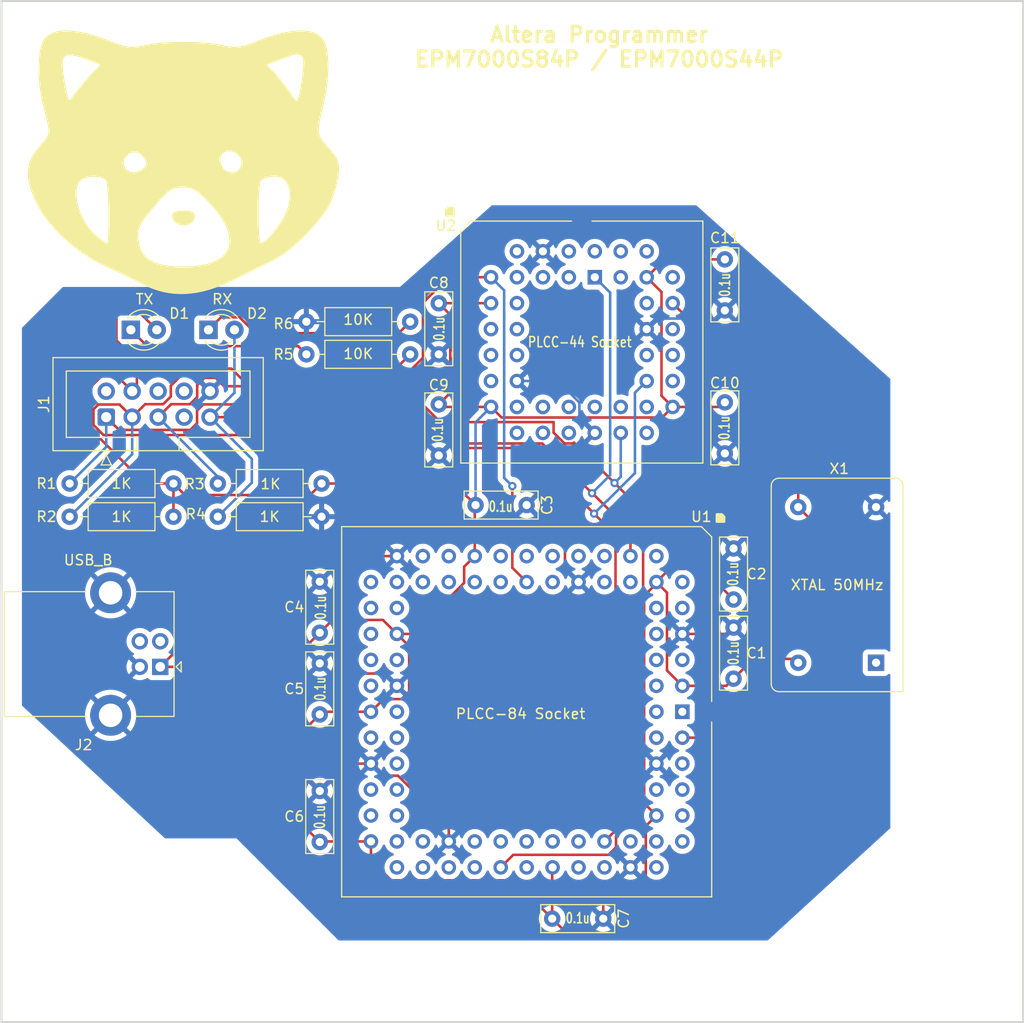
<source format=kicad_pcb>
(kicad_pcb (version 20221018) (generator pcbnew)

  (general
    (thickness 1.6)
  )

  (paper "A4")
  (layers
    (0 "F.Cu" signal)
    (31 "B.Cu" signal)
    (32 "B.Adhes" user "B.Adhesive")
    (33 "F.Adhes" user "F.Adhesive")
    (34 "B.Paste" user)
    (35 "F.Paste" user)
    (36 "B.SilkS" user "B.Silkscreen")
    (37 "F.SilkS" user "F.Silkscreen")
    (38 "B.Mask" user)
    (39 "F.Mask" user)
    (40 "Dwgs.User" user "User.Drawings")
    (41 "Cmts.User" user "User.Comments")
    (42 "Eco1.User" user "User.Eco1")
    (43 "Eco2.User" user "User.Eco2")
    (44 "Edge.Cuts" user)
    (45 "Margin" user)
    (46 "B.CrtYd" user "B.Courtyard")
    (47 "F.CrtYd" user "F.Courtyard")
    (48 "B.Fab" user)
    (49 "F.Fab" user)
    (50 "User.1" user)
    (51 "User.2" user)
    (52 "User.3" user)
    (53 "User.4" user)
    (54 "User.5" user)
    (55 "User.6" user)
    (56 "User.7" user)
    (57 "User.8" user)
    (58 "User.9" user)
  )

  (setup
    (pad_to_mask_clearance 0)
    (pcbplotparams
      (layerselection 0x00010fc_ffffffff)
      (plot_on_all_layers_selection 0x0000000_00000000)
      (disableapertmacros false)
      (usegerberextensions false)
      (usegerberattributes true)
      (usegerberadvancedattributes true)
      (creategerberjobfile true)
      (dashed_line_dash_ratio 12.000000)
      (dashed_line_gap_ratio 3.000000)
      (svgprecision 4)
      (plotframeref false)
      (viasonmask false)
      (mode 1)
      (useauxorigin false)
      (hpglpennumber 1)
      (hpglpenspeed 20)
      (hpglpendiameter 15.000000)
      (dxfpolygonmode true)
      (dxfimperialunits true)
      (dxfusepcbnewfont true)
      (psnegative false)
      (psa4output false)
      (plotreference true)
      (plotvalue true)
      (plotinvisibletext false)
      (sketchpadsonfab false)
      (subtractmaskfromsilk false)
      (outputformat 1)
      (mirror false)
      (drillshape 0)
      (scaleselection 1)
      (outputdirectory "outputs/")
    )
  )

  (net 0 "")
  (net 1 "VCC")
  (net 2 "GND")
  (net 3 "/JTAG.TMS")
  (net 4 "/JTAG.TDO")
  (net 5 "/JTAG.TDI")
  (net 6 "/JTAG.TCK")
  (net 7 "unconnected-(U1-GCLR1-Pad1)")
  (net 8 "unconnected-(U1-GCLK2-Pad2)")
  (net 9 "/CLK")
  (net 10 "unconnected-(U1-~{RES}-Pad5)")
  (net 11 "unconnected-(U1-R{slash}~{W}-Pad6)")
  (net 12 "unconnected-(U1-IOSEL-Pad8)")
  (net 13 "unconnected-(U1-~{INT}^{mem}-Pad9)")
  (net 14 "unconnected-(U1-E-Pad10)")
  (net 15 "unconnected-(U1-Q-Pad11)")
  (net 16 "unconnected-(U1-NC-Pad12)")
  (net 17 "unconnected-(U1-NC-Pad15)")
  (net 18 "unconnected-(U1-NC-Pad16)")
  (net 19 "unconnected-(U1-NC-Pad17)")
  (net 20 "unconnected-(U1-NC-Pad18)")
  (net 21 "unconnected-(U1-NC-Pad20)")
  (net 22 "unconnected-(U1-NC-Pad21)")
  (net 23 "unconnected-(U1-NC-Pad22)")
  (net 24 "unconnected-(U1-A^{OUT}19-Pad24)")
  (net 25 "unconnected-(U1-A^{OUT}18-Pad25)")
  (net 26 "unconnected-(U1-NC-Pad27)")
  (net 27 "unconnected-(U1-A^{OUT}17-Pad28)")
  (net 28 "unconnected-(U1-A^{OUT}16-Pad29)")
  (net 29 "unconnected-(U1-A^{OUT}15-Pad30)")
  (net 30 "unconnected-(U1-A^{OUT}14-Pad31)")
  (net 31 "unconnected-(U1-A^{OUT}13-Pad33)")
  (net 32 "unconnected-(U1-A^{OUT}12-Pad34)")
  (net 33 "unconnected-(U1-A^{OUT}11-Pad35)")
  (net 34 "unconnected-(U1-A^{OUT}10-Pad36)")
  (net 35 "unconnected-(U1-A^{OUT}9-Pad37)")
  (net 36 "unconnected-(U1-A^{OUT}8-Pad39)")
  (net 37 "unconnected-(U1-A^{OUT}7-Pad40)")
  (net 38 "unconnected-(U1-A^{OUT}6-Pad41)")
  (net 39 "unconnected-(U1-A^{OUT}5-Pad44)")
  (net 40 "unconnected-(U1-A^{OUT}4-Pad45)")
  (net 41 "unconnected-(U1-A^{OUT}3-Pad46)")
  (net 42 "unconnected-(U1-A^{OUT}2-Pad48)")
  (net 43 "unconnected-(U1-A^{OUT}1-Pad49)")
  (net 44 "unconnected-(U1-A^{OUT}0-Pad50)")
  (net 45 "unconnected-(U1-D7-Pad51)")
  (net 46 "unconnected-(U1-D6-Pad52)")
  (net 47 "unconnected-(U1-D5-Pad54)")
  (net 48 "unconnected-(U1-D4-Pad55)")
  (net 49 "unconnected-(U1-D3-Pad56)")
  (net 50 "unconnected-(U1-D2-Pad57)")
  (net 51 "unconnected-(U1-D1-Pad58)")
  (net 52 "unconnected-(U1-D0-Pad60)")
  (net 53 "unconnected-(U1-A^{IN}15-Pad61)")
  (net 54 "unconnected-(U1-A^{IN}14-Pad63)")
  (net 55 "unconnected-(U1-A^{IN}13-Pad64)")
  (net 56 "unconnected-(U1-A^{IN}12-Pad65)")
  (net 57 "unconnected-(U1-A^{IN}11-Pad67)")
  (net 58 "unconnected-(U1-A^{IN}10-Pad68)")
  (net 59 "unconnected-(U1-A^{IN}9-Pad69)")
  (net 60 "unconnected-(U1-A^{IN}8-Pad70)")
  (net 61 "unconnected-(U1-A^{IN}7-Pad73)")
  (net 62 "unconnected-(U1-A^{IN}6-Pad74)")
  (net 63 "unconnected-(U1-A^{IN}5-Pad75)")
  (net 64 "unconnected-(U1-A^{IN}4-Pad76)")
  (net 65 "unconnected-(U1-A^{IN}3-Pad77)")
  (net 66 "unconnected-(U1-A^{IN}2-Pad79)")
  (net 67 "unconnected-(U1-A^{IN}1-Pad80)")
  (net 68 "unconnected-(U1-A^{IN}0-Pad81)")
  (net 69 "unconnected-(U1-GOE1-Pad84)")
  (net 70 "unconnected-(X1-EN-Pad1)")
  (net 71 "unconnected-(J2-D--Pad2)")
  (net 72 "unconnected-(J2-D+-Pad3)")
  (net 73 "unconnected-(U2-IO2-Pad2)")
  (net 74 "unconnected-(U2-IO3-Pad3)")
  (net 75 "unconnected-(U2-IO4-Pad5)")
  (net 76 "unconnected-(U2-IO5-Pad6)")
  (net 77 "unconnected-(U2-IO7-Pad8)")
  (net 78 "unconnected-(U2-IO8-Pad10)")
  (net 79 "unconnected-(U2-IO9-Pad11)")
  (net 80 "unconnected-(U2-IO10-Pad12)")
  (net 81 "unconnected-(U2-IO11-Pad13)")
  (net 82 "unconnected-(U2-IO12-Pad14)")
  (net 83 "unconnected-(U2-IO13-Pad15)")
  (net 84 "unconnected-(U2-IO14-Pad18)")
  (net 85 "unconnected-(U2-IO15-Pad19)")
  (net 86 "unconnected-(U2-IO16-Pad20)")
  (net 87 "unconnected-(U2-IO17-Pad21)")
  (net 88 "unconnected-(U2-IO18-Pad22)")
  (net 89 "unconnected-(U2-IO19-Pad23)")
  (net 90 "unconnected-(U2-IO20-Pad25)")
  (net 91 "unconnected-(U2-IO22-Pad27)")
  (net 92 "unconnected-(U2-IO23-Pad28)")
  (net 93 "unconnected-(U2-IO24-Pad30)")
  (net 94 "unconnected-(U2-IO25-Pad31)")
  (net 95 "unconnected-(U2-IO27-Pad33)")
  (net 96 "unconnected-(U2-IO28-Pad34)")
  (net 97 "unconnected-(U2-IO29-Pad35)")
  (net 98 "unconnected-(U2-IN2(OE1)-Pad38)")
  (net 99 "unconnected-(U2-IN3(GCLRn)-Pad39)")
  (net 100 "unconnected-(U2-IN4(OE{slash}GCLK2)-Pad40)")
  (net 101 "unconnected-(U2-IO30-Pad42)")
  (net 102 "unconnected-(U2-IO31-Pad43)")
  (net 103 "unconnected-(U2-IO32-Pad44)")
  (net 104 "Net-(D1-K)")
  (net 105 "Net-(D2-K)")
  (net 106 "unconnected-(U1-CLK-Pad4)")
  (net 107 "unconnected-(J1-GND-Pad2)")
  (net 108 "unconnected-(J1-NC-Pad6)")
  (net 109 "unconnected-(J1-NC-Pad7)")
  (net 110 "unconnected-(J1-NC-Pad8)")

  (footprint "Capacitor_THT:C_Disc_D7.0mm_W2.5mm_P5.00mm" (layer "F.Cu") (at 117.9 117.86))

  (footprint "Connector_USB:USB_B_Lumberg_2411_02_Horizontal" (layer "F.Cu") (at 79.5375 93.2 180))

  (footprint "Capacitor_THT:C_Disc_D7.0mm_W2.5mm_P5.00mm" (layer "F.Cu") (at 95.15 110.36 90))

  (footprint "Resistor_THT:R_Axial_DIN0207_L6.3mm_D2.5mm_P10.16mm_Horizontal" (layer "F.Cu") (at 104 59.4 180))

  (footprint "Resistor_THT:R_Axial_DIN0207_L6.3mm_D2.5mm_P10.16mm_Horizontal" (layer "F.Cu") (at 104 62.6 180))

  (footprint "Package_LCC:PLCC-44_THT-Socket" (layer "F.Cu") (at 122.07 55.05))

  (footprint "Capacitor_THT:C_Disc_D7.0mm_W2.5mm_P5.00mm" (layer "F.Cu") (at 110.4 77.36))

  (footprint "Package_LCC:PLCC-84_THT-Socket" (layer "F.Cu") (at 130.64 97.6 -90))

  (footprint "Capacitor_THT:C_Disc_D7.0mm_W2.5mm_P5.00mm" (layer "F.Cu") (at 95.15 89.86 90))

  (footprint "Connector_IDC:IDC-Header_2x05_P2.54mm_Vertical" (layer "F.Cu") (at 74.25 68.75 90))

  (footprint "Resistor_THT:R_Axial_DIN0207_L6.3mm_D2.5mm_P10.16mm_Horizontal" (layer "F.Cu") (at 85.17 75.25))

  (footprint "LED_THT:LED_D3.0mm" (layer "F.Cu") (at 76.66 60.2))

  (footprint "LED_THT:LED_D3.0mm" (layer "F.Cu") (at 84.26 60.2))

  (footprint "Capacitor_THT:C_Disc_D7.0mm_W2.5mm_P5.00mm" (layer "F.Cu") (at 135.65 94.36 90))

  (footprint "Resistor_THT:R_Axial_DIN0207_L6.3mm_D2.5mm_P10.16mm_Horizontal" (layer "F.Cu") (at 85.17 78.5))

  (footprint "Capacitor_THT:C_Disc_D7.0mm_W2.5mm_P5.00mm" (layer "F.Cu") (at 95.15 97.86 90))

  (footprint "Capacitor_THT:C_Disc_D7.0mm_W2.5mm_P5.00mm" (layer "F.Cu") (at 134.8 53.3 -90))

  (footprint "Oscillator:Oscillator_DIP-14" (layer "F.Cu") (at 149.6 92.8 90))

  (footprint "Capacitor_THT:C_Disc_D7.0mm_W2.5mm_P5.00mm" (layer "F.Cu") (at 106.8 57.6 -90))

  (footprint "Resistor_THT:R_Axial_DIN0207_L6.3mm_D2.5mm_P10.16mm_Horizontal" (layer "F.Cu") (at 70.67 78.5))

  (footprint "Capacitor_THT:C_Disc_D7.0mm_W2.5mm_P5.00mm" (layer "F.Cu") (at 106.8 67.5 -90))

  (footprint "Capacitor_THT:C_Disc_D7.0mm_W2.5mm_P5.00mm" (layer "F.Cu") (at 135.65 86.61 90))

  (footprint "Capacitor_THT:C_Disc_D7.0mm_W2.5mm_P5.00mm" (layer "F.Cu") (at 134.8 67.3 -90))

  (footprint "Resistor_THT:R_Axial_DIN0207_L6.3mm_D2.5mm_P10.16mm_Horizontal" (layer "F.Cu") (at 70.67 75.25))

  (gr_poly
    (pts
      (xy 81.974915 48.628029)
      (xy 82.117318 48.633291)
      (xy 82.182984 48.63734)
      (xy 82.245045 48.642378)
      (xy 82.303567 48.648436)
      (xy 82.358613 48.655547)
      (xy 82.410249 48.663743)
      (xy 82.458538 48.673056)
      (xy 82.503546 48.68352)
      (xy 82.545337 48.695165)
      (xy 82.583976 48.708025)
      (xy 82.619528 48.722131)
      (xy 82.652056 48.737517)
      (xy 82.681626 48.754214)
      (xy 82.708301 48.772254)
      (xy 82.732148 48.79167)
      (xy 82.75323 48.812495)
      (xy 82.771612 48.83476)
      (xy 82.787358 48.858498)
      (xy 82.800533 48.88374)
      (xy 82.811202 48.910521)
      (xy 82.819429 48.938871)
      (xy 82.82528 48.968823)
      (xy 82.828817 49.000409)
      (xy 82.830107 49.033661)
      (xy 82.829213 49.068613)
      (xy 82.826201 49.105296)
      (xy 82.821134 49.143742)
      (xy 82.814078 49.183984)
      (xy 82.805097 49.226054)
      (xy 82.787415 49.302949)
      (xy 82.761207 49.374882)
      (xy 82.72704 49.441855)
      (xy 82.685483 49.503867)
      (xy 82.637106 49.560917)
      (xy 82.582475 49.613007)
      (xy 82.52216 49.660136)
      (xy 82.456729 49.702304)
      (xy 82.386751 49.739511)
      (xy 82.312793 49.771757)
      (xy 82.235425 49.799042)
      (xy 82.155214 49.821367)
      (xy 82.07273 49.83873)
      (xy 81.988541 49.851132)
      (xy 81.903214 49.858574)
      (xy 81.817319 49.861054)
      (xy 81.731425 49.858574)
      (xy 81.646098 49.851132)
      (xy 81.561909 49.83873)
      (xy 81.479424 49.821367)
      (xy 81.399214 49.799042)
      (xy 81.321846 49.771757)
      (xy 81.247888 49.739511)
      (xy 81.17791 49.702304)
      (xy 81.112479 49.660136)
      (xy 81.052164 49.613007)
      (xy 80.997533 49.560917)
      (xy 80.949155 49.503867)
      (xy 80.907599 49.441855)
      (xy 80.873432 49.374882)
      (xy 80.847224 49.302949)
      (xy 80.829542 49.226054)
      (xy 80.813505 49.143742)
      (xy 80.805426 49.068613)
      (xy 80.804533 49.033661)
      (xy 80.805822 49.000409)
      (xy 80.80936 48.968823)
      (xy 80.81521 48.938871)
      (xy 80.823437 48.910521)
      (xy 80.834107 48.88374)
      (xy 80.847282 48.858498)
      (xy 80.863028 48.83476)
      (xy 80.88141 48.812495)
      (xy 80.902492 48.79167)
      (xy 80.926338 48.772254)
      (xy 80.953014 48.754214)
      (xy 80.982584 48.737517)
      (xy 81.015112 48.722131)
      (xy 81.050663 48.708025)
      (xy 81.089302 48.695165)
      (xy 81.176101 48.673056)
      (xy 81.276026 48.655547)
      (xy 81.389594 48.642378)
      (xy 81.51732 48.633291)
      (xy 81.659723 48.628029)
      (xy 81.817319 48.626332)
    )

    (stroke (width 0.2) (type solid)) (fill solid) (layer "F.SilkS") (tstamp 23efc3ac-b18b-42c7-bd79-8c333a0bd6a8))
  (gr_poly
    (pts
      (xy 134 78.25)
      (xy 134 79)
      (xy 134.75 79)
      (xy 134.75 78.5)
      (xy 134.5 78.25)
    )

    (stroke (width 0.2) (type solid)) (fill solid) (layer "F.SilkS") (tstamp 51154c77-6d96-4d62-8b61-1ed4c51f78a2))
  (gr_poly
    (pts
      (xy 93.565742 30.987815)
      (xy 93.74369 31.000021)
      (xy 93.914773 31.018795)
      (xy 94.078801 31.044159)
      (xy 94.235589 31.07613)
      (xy 94.384948 31.114729)
      (xy 94.526691 31.159975)
      (xy 94.660631 31.211887)
      (xy 94.78658 31.270485)
      (xy 94.904352 31.335788)
      (xy 95.013758 31.407815)
      (xy 95.114612 31.486586)
      (xy 95.206727 31.57212)
      (xy 95.289914 31.664437)
      (xy 95.363986 31.763556)
      (xy 95.488018 31.96822)
      (xy 95.595566 32.210247)
      (xy 95.68668 32.48731)
      (xy 95.761412 32.797085)
      (xy 95.819815 33.137245)
      (xy 95.86194 33.505465)
      (xy 95.887839 33.899421)
      (xy 95.897562 34.316785)
      (xy 95.891163 34.755234)
      (xy 95.868692 35.212441)
      (xy 95.830202 35.686082)
      (xy 95.775743 36.17383)
      (xy 95.705369 36.67336)
      (xy 95.619129 37.182347)
      (xy 95.517077 37.698466)
      (xy 95.399263 38.21939)
      (xy 95.18043 39.152253)
      (xy 95.096645 39.534116)
      (xy 95.031051 39.868075)
      (xy 95.005333 40.019076)
      (xy 94.984473 40.160486)
      (xy 94.968574 40.293097)
      (xy 94.957739 40.417705)
      (xy 94.952072 40.535104)
      (xy 94.951675 40.646089)
      (xy 94.956654 40.751454)
      (xy 94.967109 40.851993)
      (xy 94.983146 40.948502)
      (xy 95.004868 41.041775)
      (xy 95.032377 41.132606)
      (xy 95.065777 41.22179)
      (xy 95.105172 41.310121)
      (xy 95.150664 41.398394)
      (xy 95.202358 41.487403)
      (xy 95.260356 41.577944)
      (xy 95.324762 41.670809)
      (xy 95.395679 41.766795)
      (xy 95.557461 41.971304)
      (xy 95.746528 42.197828)
      (xy 95.963707 42.452722)
      (xy 96.132913 42.643658)
      (xy 96.283826 42.821003)
      (xy 96.417169 42.986875)
      (xy 96.533665 43.143395)
      (xy 96.634038 43.292679)
      (xy 96.719011 43.436848)
      (xy 96.789308 43.578019)
      (xy 96.81918 43.648143)
      (xy 96.845653 43.718312)
      (xy 96.868819 43.788791)
      (xy 96.888768 43.859845)
      (xy 96.905591 43.931739)
      (xy 96.919378 44.004737)
      (xy 96.938206 44.155107)
      (xy 96.945974 44.313073)
      (xy 96.943408 44.480755)
      (xy 96.931229 44.66027)
      (xy 96.910163 44.853738)
      (xy 96.880931 45.063277)
      (xy 96.864067 45.20773)
      (xy 96.840279 45.362312)
      (xy 96.810082 45.525575)
      (xy 96.773995 45.696072)
      (xy 96.686213 46.052984)
      (xy 96.581069 46.421472)
      (xy 96.462695 46.789959)
      (xy 96.335226 47.146871)
      (xy 96.202797 47.480632)
      (xy 96.069541 47.779666)
      (xy 95.898846 48.11161)
      (xy 95.68128 48.46903)
      (xy 95.422062 48.846811)
      (xy 95.126413 49.239836)
      (xy 94.799551 49.64299)
      (xy 94.446696 50.051156)
      (xy 94.073067 50.459219)
      (xy 93.683883 50.862063)
      (xy 93.284364 51.254571)
      (xy 92.879728 51.631628)
      (xy 92.475197 51.988118)
      (xy 92.075988 52.318924)
      (xy 91.68732 52.618931)
      (xy 91.314415 52.883024)
      (xy 90.962489 53.106084)
      (xy 90.636764 53.282998)
      (xy 88.987527 54.076749)
      (xy 87.878482 54.622452)
      (xy 86.756208 55.187999)
      (xy 86.121492 55.49351)
      (xy 85.500057 55.761814)
      (xy 84.891128 55.992911)
      (xy 84.29393 56.186801)
      (xy 83.707686 56.343484)
      (xy 83.131623 56.46296)
      (xy 82.564965 56.545229)
      (xy 82.006937 56.590291)
      (xy 81.456764 56.598146)
      (xy 80.913671 56.568793)
      (xy 80.376882 56.502234)
      (xy 79.845622 56.398468)
      (xy 79.319117 56.257495)
      (xy 78.796591 56.079315)
      (xy 78.277269 55.863927)
      (xy 77.760376 55.611333)
      (xy 76.922528 55.185795)
      (xy 75.925931 54.694111)
      (xy 74.902875 54.202426)
      (xy 73.985653 53.776887)
      (xy 73.483729 53.525456)
      (xy 72.984853 53.248754)
      (xy 72.491249 52.948799)
      (xy 72.005137 52.627604)
      (xy 71.528741 52.287185)
      (xy 71.064282 51.929559)
      (xy 70.613982 51.556739)
      (xy 70.180064 51.170742)
      (xy 69.764749 50.773583)
      (xy 69.37026 50.367277)
      (xy 68.998818 49.95384)
      (xy 68.652646 49.535287)
      (xy 68.333966 49.113633)
      (xy 68.045 48.690894)
      (xy 67.78797 48.269086)
      (xy 67.565099 47.850223)
      (xy 67.34848 47.398915)
      (xy 67.161678 46.969932)
      (xy 67.104011 46.819891)
      (xy 71.235457 46.819891)
      (xy 71.239301 47.005089)
      (xy 71.274708 47.390922)
      (xy 71.345565 47.792259)
      (xy 71.450064 48.203)
      (xy 71.586395 48.617049)
      (xy 71.75275 49.028307)
      (xy 71.94732 49.430677)
      (xy 72.168297 49.818061)
      (xy 72.413872 50.184361)
      (xy 72.682237 50.523478)
      (xy 72.824399 50.680938)
      (xy 72.971581 50.829316)
      (xy 73.123557 50.96785)
      (xy 73.280098 51.095777)
      (xy 73.366407 51.16765)
      (xy 73.452973 51.237508)
      (xy 73.53923 51.304989)
      (xy 73.624608 51.369731)
      (xy 73.708539 51.431372)
      (xy 73.790454 51.489552)
      (xy 73.869786 51.543907)
      (xy 73.945966 51.594076)
      (xy 74.018425 51.639698)
      (xy 74.086595 51.68041)
      (xy 74.149907 51.715852)
      (xy 74.207793 51.745661)
      (xy 74.259685 51.769475)
      (xy 74.305014 51.786933)
      (xy 74.343211 51.797673)
      (xy 74.359458 51.800411)
      (xy 74.373709 51.801334)
      (xy 74.402342 51.784822)
      (xy 74.428727 51.736626)
      (xy 74.474857 51.553218)
      (xy 74.512305 51.26718)
      (xy 74.539029 50.923522)
      (xy 77.280199 50.923522)
      (xy 77.286253 51.109385)
      (xy 77.301765 51.307443)
      (xy 77.348213 51.664303)
      (xy 77.421999 51.994395)
      (xy 77.469417 52.149564)
      (xy 77.523999 52.298235)
      (xy 77.585855 52.440472)
      (xy 77.655094 52.57634)
      (xy 77.731826 52.705904)
      (xy 77.816161 52.829228)
      (xy 77.908208 52.946376)
      (xy 78.008078 53.057414)
      (xy 78.115881 53.162405)
      (xy 78.231725 53.261415)
      (xy 78.355722 53.354508)
      (xy 78.48798 53.441749)
      (xy 78.62861 53.523202)
      (xy 78.777721 53.598931)
      (xy 79.101827 53.73348)
      (xy 79.461176 53.84591)
      (xy 79.856647 53.93674)
      (xy 80.289119 54.006486)
      (xy 80.759469 54.055665)
      (xy 81.268576 54.084794)
      (xy 81.817319 54.094388)
      (xy 82.265953 54.086687)
      (xy 82.692339 54.063787)
      (xy 83.09635 54.025991)
      (xy 83.477856 53.973603)
      (xy 83.836727 53.906927)
      (xy 84.172835 53.826265)
      (xy 84.48605 53.731922)
      (xy 84.776243 53.624202)
      (xy 85.043286 53.503407)
      (xy 85.287048 53.369842)
      (xy 85.5074 53.22381)
      (xy 85.704214 53.065614)
      (xy 85.87736 52.895559)
      (xy 86.02671 52.713947)
      (xy 86.152133 52.521083)
      (xy 86.2535 52.31727)
      (xy 86.330683 52.102812)
      (xy 86.383553 51.878012)
      (xy 86.411979 51.643174)
      (xy 86.415833 51.398601)
      (xy 86.394986 51.144597)
      (xy 86.349308 50.881466)
      (xy 86.278671 50.609512)
      (xy 86.182945 50.329037)
      (xy 86.062 50.040345)
      (xy 85.915709 49.74374)
      (xy 85.743941 49.439527)
      (xy 85.546567 49.128007)
      (xy 85.377408 48.886507)
      (xy 89.053675 48.886507)
      (xy 89.074139 49.972608)
      (xy 89.128089 50.904506)
      (xy 89.167234 51.273226)
      (xy 89.214285 51.556112)
      (xy 89.269088 51.737401)
      (xy 89.299348 51.785022)
      (xy 89.331487 51.801334)
      (xy 89.397152 51.795221)
      (xy 89.468197 51.777235)
      (xy 89.544217 51.747907)
      (xy 89.624803 51.707765)
      (xy 89.798048 51.59716)
      (xy 89.984678 51.449658)
      (xy 90.181436 51.269497)
      (xy 90.385066 51.060914)
      (xy 90.592315 50.828146)
      (xy 90.799925 50.575431)
      (xy 91.004641 50.307006)
      (xy 91.203207 50.027109)
      (xy 91.392369 49.739977)
      (xy 91.568869 49.449848)
      (xy 91.729454 49.16096)
      (xy 91.870866 48.877549)
      (xy 91.989851 48.603853)
      (xy 92.083152 48.34411)
      (xy 92.138971 48.138894)
      (xy 92.187401 47.945926)
      (xy 92.228492 47.764223)
      (xy 92.262297 47.592804)
      (xy 92.288867 47.430687)
      (xy 92.308254 47.276889)
      (xy 92.32051 47.130429)
      (xy 92.325686 46.990326)
      (xy 92.323835 46.855597)
      (xy 92.315007 46.72526)
      (xy 92.299254 46.598335)
      (xy 92.276629 46.473838)
      (xy 92.247182 46.350787)
      (xy 92.210965 46.228202)
      (xy 92.168031 46.105101)
      (xy 92.118431 45.9805)
      (xy 92.058391 45.865951)
      (xy 91.996957 45.76029)
      (xy 91.933559 45.66331)
      (xy 91.867628 45.574806)
      (xy 91.798597 45.494569)
      (xy 91.725897 45.422395)
      (xy 91.648959 45.358075)
      (xy 91.608724 45.328796)
      (xy 91.567216 45.301403)
      (xy 91.524364 45.27587)
      (xy 91.480098 45.252172)
      (xy 91.434346 45.230283)
      (xy 91.387037 45.210177)
      (xy 91.287465 45.175209)
      (xy 91.180814 45.147063)
      (xy 91.066514 45.125531)
      (xy 90.943997 45.110407)
      (xy 90.812696 45.101484)
      (xy 90.67204 45.098556)
      (xy 90.565906 45.100984)
      (xy 90.459616 45.108064)
      (xy 90.353843 45.119485)
      (xy 90.249259 45.134936)
      (xy 90.146535 45.154108)
      (xy 90.046343 45.17669)
      (xy 89.949355 45.202374)
      (xy 89.856243 45.230847)
      (xy 89.767678 45.261801)
      (xy 89.684333 45.294926)
      (xy 89.606879 45.329911)
      (xy 89.535987 45.366446)
      (xy 89.472331 45.404222)
      (xy 89.416581 45.442928)
      (xy 89.369409 45.482254)
      (xy 89.34925 45.502052)
      (xy 89.331487 45.52189)
      (xy 89.296344 45.592668)
      (xy 89.263662 45.691242)
      (xy 89.205603 45.963895)
      (xy 89.157157 46.324088)
      (xy 89.118167 46.75606)
      (xy 89.067937 47.772294)
      (xy 89.053675 48.886507)
      (xy 85.377408 48.886507)
      (xy 85.323458 48.809485)
      (xy 85.074486 48.484265)
      (xy 84.79952 48.152649)
      (xy 84.498432 47.814942)
      (xy 84.269083 47.569592)
      (xy 84.056012 47.348684)
      (xy 83.857308 47.15103)
      (xy 83.671057 46.975443)
      (xy 83.495349 46.820732)
      (xy 83.32827 46.68571)
      (xy 83.16791 46.569189)
      (xy 83.012355 46.469978)
      (xy 82.935782 46.426494)
      (xy 82.859694 46.386891)
      (xy 82.783851 46.351023)
      (xy 82.708015 46.318739)
      (xy 82.631946 46.289891)
      (xy 82.555406 46.264332)
      (xy 82.478155 46.241912)
      (xy 82.399955 46.222483)
      (xy 82.239749 46.192002)
      (xy 82.072877 46.171702)
      (xy 81.897427 46.160394)
      (xy 81.711486 46.156888)
      (xy 81.52049 46.160462)
      (xy 81.342724 46.172253)
      (xy 81.175705 46.193863)
      (xy 81.016956 46.226893)
      (xy 80.863993 46.272945)
      (xy 80.714339 46.333622)
      (xy 80.56551 46.410525)
      (xy 80.415029 46.505257)
      (xy 80.260413 46.619418)
      (xy 80.099182 46.754613)
      (xy 79.928857 46.912441)
      (xy 79.746956 47.094506)
      (xy 79.550999 47.302409)
      (xy 79.338505 47.537752)
      (xy 78.853987 48.097167)
      (xy 78.602848 48.394444)
      (xy 78.377806 48.666297)
      (xy 78.177672 48.915411)
      (xy 78.001257 49.144476)
      (xy 77.847374 49.356177)
      (xy 77.714832 49.553202)
      (xy 77.602444 49.738238)
      (xy 77.553437 49.8271)
      (xy 77.509022 49.913972)
      (xy 77.469051 49.999191)
      (xy 77.433376 50.083092)
      (xy 77.401848 50.166011)
      (xy 77.374319 50.248284)
      (xy 77.350639 50.330247)
      (xy 77.330661 50.412236)
      (xy 77.314235 50.494587)
      (xy 77.301214 50.577635)
      (xy 77.291448 50.661717)
      (xy 77.284789 50.747168)
      (xy 77.280199 50.923522)
      (xy 74.539029 50.923522)
      (xy 74.541279 50.894584)
      (xy 74.574627 49.954004)
      (xy 74.576556 48.860049)
      (xy 74.54872 47.741288)
      (xy 74.492772 46.726294)
      (xy 74.454772 46.297888)
      (xy 74.410365 45.943638)
      (xy 74.359756 45.679615)
      (xy 74.303154 45.52189)
      (xy 74.266127 45.473731)
      (xy 74.221505 45.428485)
      (xy 74.169751 45.386171)
      (xy 74.111331 45.34681)
      (xy 74.046709 45.31042)
      (xy 73.976352 45.277021)
      (xy 73.820289 45.219272)
      (xy 73.646863 45.173719)
      (xy 73.459794 45.140517)
      (xy 73.262804 45.119821)
      (xy 73.059612 45.111785)
      (xy 72.85394 45.116565)
      (xy 72.649508 45.134316)
      (xy 72.450037 45.165193)
      (xy 72.259248 45.20935)
      (xy 72.080861 45.266944)
      (xy 71.997481 45.300827)
      (xy 71.918597 45.338128)
      (xy 71.844673 45.378865)
      (xy 71.776176 45.423058)
      (xy 71.71357 45.470727)
      (xy 71.657321 45.52189)
      (xy 71.567159 45.624185)
      (xy 71.488347 45.738741)
      (xy 71.420659 45.864795)
      (xy 71.363867 46.001585)
      (xy 71.317747 46.148348)
      (xy 71.282072 46.304322)
      (xy 71.256616 46.468746)
      (xy 71.241153 46.640856)
      (xy 71.235457 46.819891)
      (xy 67.104011 46.819891)
      (xy 67.004745 46.561619)
      (xy 66.877733 46.172324)
      (xy 66.825463 45.98429)
      (xy 66.780693 45.800391)
      (xy 66.743429 45.620419)
      (xy 66.713678 45.444168)
      (xy 66.691445 45.271431)
      (xy 66.676738 45.102001)
      (xy 66.669562 44.935672)
      (xy 66.669925 44.772237)
      (xy 66.677832 44.611489)
      (xy 66.693291 44.453221)
      (xy 66.716308 44.297227)
      (xy 66.746888 44.1433)
      (xy 66.78504 43.991234)
      (xy 66.823436 43.864936)
      (xy 75.865849 43.864936)
      (xy 75.870809 43.96268)
      (xy 75.885788 44.057982)
      (xy 75.910313 44.150365)
      (xy 75.943915 44.239349)
      (xy 75.986121 44.324458)
      (xy 76.036459 44.405213)
      (xy 76.094458 44.481137)
      (xy 76.159647 44.55175)
      (xy 76.231554 44.616576)
      (xy 76.309707 44.675136)
      (xy 76.393635 44.726953)
      (xy 76.482866 44.771547)
      (xy 76.576929 44.808442)
      (xy 76.675352 44.837159)
      (xy 76.777664 44.85722)
      (xy 76.883393 44.868148)
      (xy 76.992067 44.869463)
      (xy 77.103215 44.860689)
      (xy 77.216366 44.841347)
      (xy 77.331048 44.810959)
      (xy 77.446789 44.769047)
      (xy 77.563119 44.715133)
      (xy 77.679564 44.64874)
      (xy 77.795654 44.569388)
      (xy 77.889516 44.498575)
      (xy 77.972732 44.431171)
      (xy 78.045406 44.366455)
      (xy 78.077822 44.334879)
      (xy 78.107642 44.303703)
      (xy 78.134877 44.272837)
      (xy 78.159542 44.242191)
      (xy 78.181649 44.211673)
      (xy 78.20121 44.181195)
      (xy 78.21824 44.150665)
      (xy 78.23275 44.119993)
      (xy 78.244754 44.089088)
      (xy 78.254265 44.057861)
      (xy 78.261295 44.02622)
      (xy 78.265857 43.994075)
      (xy 78.267965 43.961336)
      (xy 78.267631 43.927912)
      (xy 78.264869 43.893713)
      (xy 78.25969 43.858648)
      (xy 78.252109 43.822627)
      (xy 78.242138 43.78556)
      (xy 78.229789 43.747356)
      (xy 78.215076 43.707925)
      (xy 78.198012 43.667176)
      (xy 78.17861 43.625019)
      (xy 78.153461 43.576168)
      (xy 85.332212 43.576168)
      (xy 85.335626 43.644406)
      (xy 85.342625 43.71305)
      (xy 85.35315 43.781863)
      (xy 85.367145 43.850604)
      (xy 85.38455 43.919036)
      (xy 85.405308 43.986918)
      (xy 85.42936 44.054013)
      (xy 85.456649 44.12008)
      (xy 85.487115 44.184881)
      (xy 85.520702 44.248177)
      (xy 85.55735 44.309729)
      (xy 85.597002 44.369298)
      (xy 85.639599 44.426645)
      (xy 85.685084 44.481531)
      (xy 85.733399 44.533716)
      (xy 85.784484 44.582963)
      (xy 85.838283 44.629032)
      (xy 85.894736 44.671683)
      (xy 85.953786 44.710678)
      (xy 86.015375 44.745778)
      (xy 86.107833 44.787886)
      (xy 86.199825 44.821777)
      (xy 86.291095 44.84771)
      (xy 86.381382 44.865943)
      (xy 86.470429 44.876734)
      (xy 86.557978 44.880343)
      (xy 86.64377 44.877027)
      (xy 86.727546 44.867045)
      (xy 86.809048 44.850655)
      (xy 86.888018 44.828115)
      (xy 86.964198 44.799685)
      (xy 87.037329 44.765621)
      (xy 87.107152 44.726183)
      (xy 87.17341 44.68163)
      (xy 87.235844 44.632219)
      (xy 87.294195 44.578208)
      (xy 87.348206 44.519857)
      (xy 87.397617 44.457423)
      (xy 87.442171 44.391165)
      (xy 87.481608 44.321342)
      (xy 87.515671 44.248211)
      (xy 87.544102 44.172031)
      (xy 87.566641 44.093061)
      (xy 87.583031 44.011559)
      (xy 87.593013 43.927783)
      (xy 87.596329 43.841991)
      (xy 87.59272 43.754443)
      (xy 87.581928 43.665395)
      (xy 87.563695 43.575108)
      (xy 87.537762 43.483839)
      (xy 87.503871 43.391846)
      (xy 87.461763 43.299388)
      (xy 87.426663 43.2378)
      (xy 87.387668 43.17875)
      (xy 87.345016 43.122296)
      (xy 87.298948 43.068498)
      (xy 87.249701 43.017413)
      (xy 87.197516 42.969099)
      (xy 87.14263 42.923614)
      (xy 87.085283 42.881016)
      (xy 87.025714 42.841364)
      (xy 86.964162 42.804716)
      (xy 86.900866 42.77113)
      (xy 86.836065 42.740663)
      (xy 86.769998 42.713375)
      (xy 86.702904 42.689323)
      (xy 86.635021 42.668565)
      (xy 86.56659 42.65116)
      (xy 86.497849 42.637165)
      (xy 86.429036 42.626639)
      (xy 86.360392 42.619641)
      (xy 86.292154 42.616227)
      (xy 86.224562 42.616456)
      (xy 86.157856 42.620387)
      (xy 86.092273 42.628077)
      (xy 86.028053 42.639584)
      (xy 85.965435 42.654968)
      (xy 85.904659 42.674285)
      (xy 85.845962 42.697595)
      (xy 85.789584 42.724954)
      (xy 85.735764 42.756422)
      (xy 85.684741 42.792056)
      (xy 85.636754 42.831914)
      (xy 85.592042 42.876056)
      (xy 85.547901 42.920768)
      (xy 85.508042 42.968755)
      (xy 85.472408 43.019778)
      (xy 85.44094 43.073597)
      (xy 85.41358 43.129975)
      (xy 85.390271 43.188672)
      (xy 85.370954 43.249449)
      (xy 85.35557 43.312067)
      (xy 85.344062 43.376287)
      (xy 85.336372 43.44187)
      (xy 85.332441 43.508576)
      (xy 85.332212 43.576168)
      (xy 78.153461 43.576168)
      (xy 78.132842 43.536118)
      (xy 78.077876 43.440499)
      (xy 78.030762 43.366397)
      (xy 77.982085 43.296228)
      (xy 77.931935 43.229999)
      (xy 77.880403 43.167717)
      (xy 77.827579 43.109388)
      (xy 77.773553 43.055019)
      (xy 77.718416 43.004617)
      (xy 77.662259 42.958187)
      (xy 77.605172 42.915735)
      (xy 77.547245 42.87727)
      (xy 77.488568 42.842796)
      (xy 77.429233 42.812321)
      (xy 77.369329 42.785851)
      (xy 77.308947 42.763392)
      (xy 77.248178 42.744952)
      (xy 77.187112 42.730535)
      (xy 77.125838 42.720149)
      (xy 77.064449 42.7138)
      (xy 77.003034 42.711495)
      (xy 76.941683 42.713241)
      (xy 76.880487 42.719042)
      (xy 76.819537 42.728907)
      (xy 76.758923 42.742842)
      (xy 76.698735 42.760852)
      (xy 76.639064 42.782945)
      (xy 76.58 42.809127)
      (xy 76.521633 42.839404)
      (xy 76.464055 42.873783)
      (xy 76.407355 42.91227)
      (xy 76.351625 42.954872)
      (xy 76.296953 43.001595)
      (xy 76.243432 43.052446)
      (xy 76.151266 43.152515)
      (xy 76.072891 43.253966)
      (xy 76.007835 43.356322)
      (xy 75.955628 43.459104)
      (xy 75.915798 43.561835)
      (xy 75.887872 43.664036)
      (xy 75.87138 43.765229)
      (xy 75.865849 43.864936)
      (xy 66.823436 43.864936)
      (xy 66.830768 43.840821)
      (xy 66.88408 43.691855)
      (xy 66.944981 43.544129)
      (xy 67.013479 43.397437)
      (xy 67.089581 43.251572)
      (xy 67.173291 43.106326)
      (xy 67.264617 42.961495)
      (xy 67.363566 42.816869)
      (xy 67.470143 42.672244)
      (xy 67.706209 42.382167)
      (xy 68.110939 41.92893)
      (xy 68.270981 41.739881)
      (xy 68.404048 41.567471)
      (xy 68.51107 41.405396)
      (xy 68.555105 41.326265)
      (xy 68.592977 41.247352)
      (xy 68.624803 41.167872)
      (xy 68.6507 41.087035)
      (xy 68.670782 41.004053)
      (xy 68.685168 40.918139)
      (xy 68.693972 40.828504)
      (xy 68.697312 40.734361)
      (xy 68.688062 40.529395)
      (xy 68.658348 40.296937)
      (xy 68.6091 40.030683)
      (xy 68.541249 39.724328)
      (xy 68.455724 39.371567)
      (xy 68.235376 38.501612)
      (xy 68.111749 38.00116)
      (xy 68.005381 37.494403)
      (xy 67.916171 36.98496)
      (xy 67.844013 36.476446)
      (xy 67.788806 35.97248)
      (xy 67.750445 35.476679)
      (xy 67.728827 34.992661)
      (xy 67.723848 34.524042)
      (xy 67.731373 34.231329)
      (xy 69.893147 34.231329)
      (xy 69.8968 34.38469)
      (xy 69.906454 34.549535)
      (xy 69.942602 34.91425)
      (xy 69.999265 35.326611)
      (xy 70.075117 35.806513)
      (xy 70.144717 36.22895)
      (xy 70.209252 36.595991)
      (xy 70.269912 36.909701)
      (xy 70.299159 37.047204)
      (xy 70.327884 37.172149)
      (xy 70.356234 37.284795)
      (xy 70.384358 37.3854)
      (xy 70.412404 37.474224)
      (xy 70.440521 37.551523)
      (xy 70.468858 37.617557)
      (xy 70.497563 37.672584)
      (xy 70.526785 37.716862)
      (xy 70.556673 37.75065)
      (xy 70.571912 37.76369)
      (xy 70.587374 37.774205)
      (xy 70.603076 37.782227)
      (xy 70.619038 37.787788)
      (xy 70.635277 37.790919)
      (xy 70.651812 37.791655)
      (xy 70.668663 37.790026)
      (xy 70.685847 37.786065)
      (xy 70.703382 37.779805)
      (xy 70.721289 37.771277)
      (xy 70.758288 37.747549)
      (xy 70.796993 37.715139)
      (xy 70.837551 37.674306)
      (xy 70.880112 37.625308)
      (xy 70.924824 37.568403)
      (xy 70.971836 37.503851)
      (xy 71.021296 37.431908)
      (xy 71.128154 37.266888)
      (xy 71.265889 37.088019)
      (xy 71.436283 36.874423)
      (xy 71.846938 36.376125)
      (xy 72.303896 35.838139)
      (xy 72.750931 35.326611)
      (xy 73.809265 34.197723)
      (xy 89.825376 34.197723)
      (xy 90.707321 35.150222)
      (xy 90.899832 35.363818)
      (xy 91.103092 35.602218)
      (xy 91.311314 35.857155)
      (xy 91.518708 36.12036)
      (xy 91.719488 36.383566)
      (xy 91.907866 36.638503)
      (xy 92.078054 36.876903)
      (xy 92.224264 37.090499)
      (xy 92.289944 37.187987)
      (xy 92.354488 37.281702)
      (xy 92.417585 37.37118)
      (xy 92.478925 37.455955)
      (xy 92.538198 37.535563)
      (xy 92.595094 37.609538)
      (xy 92.649302 37.677415)
      (xy 92.700514 37.738729)
      (xy 92.748418 37.793015)
      (xy 92.792704 37.839808)
      (xy 92.833063 37.878643)
      (xy 92.851673 37.894931)
      (xy 92.869185 37.909055)
      (xy 92.88556 37.920957)
      (xy 92.900759 37.930578)
      (xy 92.914744 37.937861)
      (xy 92.927475 37.942748)
      (xy 92.938915 37.94518)
      (xy 92.949024 37.945099)
      (xy 92.957764 37.942448)
      (xy 92.965095 37.937167)
      (xy 92.995352 37.901392)
      (xy 93.026487 37.84775)
      (xy 93.090772 37.691463)
      (xy 93.156712 37.477506)
      (xy 93.223064 37.215076)
      (xy 93.352049 36.581591)
      (xy 93.467804 35.864598)
      (xy 93.560409 35.137683)
      (xy 93.61994 34.474433)
      (xy 93.634203 34.189679)
      (xy 93.636477 33.948436)
      (xy 93.625522 33.759903)
      (xy 93.600097 33.633279)
      (xy 93.55786 33.53903)
      (xy 93.510249 33.454754)
      (xy 93.484299 33.416372)
      (xy 93.45685 33.380503)
      (xy 93.427851 33.347154)
      (xy 93.39725 33.31633)
      (xy 93.364995 33.288038)
      (xy 93.331035 33.262285)
      (xy 93.295318 33.239077)
      (xy 93.257792 33.21842)
      (xy 93.218406 33.200321)
      (xy 93.177108 33.184787)
      (xy 93.133846 33.171824)
      (xy 93.088569 33.161438)
      (xy 93.041224 33.153636)
      (xy 92.991761 33.148424)
      (xy 92.886272 33.145797)
      (xy 92.771688 33.153609)
      (xy 92.647596 33.171911)
      (xy 92.513582 33.200755)
      (xy 92.369232 33.240192)
      (xy 92.214134 33.290275)
      (xy 92.047874 33.351055)
      (xy 90.67204 33.880222)
      (xy 89.825376 34.197723)
      (xy 73.809265 34.197723)
      (xy 72.856764 33.809668)
      (xy 72.361523 33.626716)
      (xy 71.919354 33.475493)
      (xy 71.527931 33.357137)
      (xy 71.350523 33.310639)
      (xy 71.184929 33.272784)
      (xy 71.030859 33.243714)
      (xy 70.888022 33.223571)
      (xy 70.756128 33.212497)
      (xy 70.634885 33.210634)
      (xy 70.524004 33.218125)
      (xy 70.423193 33.235111)
      (xy 70.332161 33.261735)
      (xy 70.250619 33.298139)
      (xy 70.178275 33.344465)
      (xy 70.114839 33.400855)
      (xy 70.06002 33.467451)
      (xy 70.013528 33.544395)
      (xy 69.975071 33.631829)
      (xy 69.944359 33.729896)
      (xy 69.921101 33.838737)
      (xy 69.905007 33.958495)
      (xy 69.895786 34.089311)
      (xy 69.893147 34.231329)
      (xy 67.731373 34.231329)
      (xy 67.735407 34.074439)
      (xy 67.763398 33.647472)
      (xy 67.807719 33.246755)
      (xy 67.868267 32.875908)
      (xy 67.944938 32.538547)
      (xy 68.037628 32.23829)
      (xy 68.146235 31.978754)
      (xy 68.206474 31.865386)
      (xy 68.270654 31.763556)
      (xy 68.344727 31.664437)
      (xy 68.427914 31.57212)
      (xy 68.520028 31.486586)
      (xy 68.620882 31.407815)
      (xy 68.848061 31.270485)
      (xy 69.10795 31.159975)
      (xy 69.399052 31.07613)
      (xy 69.719868 31.018795)
      (xy 70.068899 30.987815)
      (xy 70.444647 30.983035)
      (xy 70.845613 31.0043)
      (xy 71.270299 31.051455)
      (xy 71.717205 31.124344)
      (xy 72.184833 31.222814)
      (xy 72.671686 31.346708)
      (xy 73.176263 31.495872)
      (xy 73.697066 31.670151)
      (xy 74.232598 31.86939)
      (xy 74.574188 32.006729)
      (xy 74.886684 32.128048)
      (xy 75.173238 32.233864)
      (xy 75.437004 32.324694)
      (xy 75.681132 32.401054)
      (xy 75.908775 32.463462)
      (xy 76.123086 32.512434)
      (xy 76.327216 32.548487)
      (xy 76.524319 32.572138)
      (xy 76.717546 32.583903)
      (xy 76.910049 32.584299)
      (xy 77.104981 32.573843)
      (xy 77.305494 32.553052)
      (xy 77.514741 32.522442)
      (xy 77.735873 32.482531)
      (xy 77.972043 32.433834)
      (xy 78.362269 32.353219)
      (xy 78.788668 32.283352)
      (xy 79.246073 32.224234)
      (xy 79.729317 32.175865)
      (xy 80.233231 32.138244)
      (xy 80.752648 32.111372)
      (xy 81.81732 32.089875)
      (xy 82.881992 32.111372)
      (xy 83.401409 32.138244)
      (xy 83.905323 32.175865)
      (xy 84.388567 32.224234)
      (xy 84.845972 32.283352)
      (xy 85.272371 32.353219)
      (xy 85.662597 32.433834)
      (xy 85.898767 32.482531)
      (xy 86.119899 32.522442)
      (xy 86.329145 32.553052)
      (xy 86.529658 32.573843)
      (xy 86.72459 32.584299)
      (xy 86.917094 32.583903)
      (xy 87.110321 32.572138)
      (xy 87.307423 32.548487)
      (xy 87.511554 32.512434)
      (xy 87.725865 32.463462)
      (xy 87.953508 32.401054)
      (xy 88.197636 32.324694)
      (xy 88.461401 32.233864)
      (xy 88.747956 32.128048)
      (xy 89.402042 31.86939)
      (xy 89.937574 31.670151)
      (xy 90.458377 31.495872)
      (xy 90.962955 31.346708)
      (xy 91.449807 31.222814)
      (xy 91.917436 31.124344)
      (xy 92.364342 31.051455)
      (xy 92.789028 31.0043)
      (xy 92.992569 30.990422)
      (xy 93.189994 30.983035)
      (xy 93.381114 30.98216)
    )

    (stroke (width 0.2) (type solid)) (fill solid) (layer "F.SilkS") (tstamp ecc13296-ba3a-4ee8-a5fb-c44b28d5f091))
  (gr_poly
    (pts
      (xy 107.5 49)
      (xy 108.25 49)
      (xy 108.25 48.25)
      (xy 107.75 48.25)
      (xy 107.5 48.5)
    )

    (stroke (width 0.2) (type solid)) (fill solid) (layer "F.SilkS") (tstamp f6ac3839-59d7-408f-a883-d45680308573))
  (gr_rect (start 64 28) (end 164 128)
    (stroke (width 0.2) (type solid)) (fill none) (layer "Edge.Cuts") (tstamp f6da04d1-d5dc-4b6c-a173-7d92bd1fea15))
  (gr_text "Altera Programmer\nEPM7000S84P / EPM7000S44P" (at 122.5 32.5) (layer "F.SilkS") (tstamp 64be4e2c-ac16-49f7-9bbd-1b4d8612c5e4)
    (effects (font (size 1.5 1.5) (thickness 0.3)))
  )

  (segment (start 77.25 63.24) (end 77.25 65.75) (width 0.25) (layer "F.Cu") (net 1) (tstamp 0042413e-db8c-4284-8996-1c9bd97ad442))
  (segment (start 77.5 58.5) (end 75.5 58.5) (width 0.25) (layer "F.Cu") (net 1) (tstamp 0844cd7e-36e0-47fe-8238-0a4472277025))
  (segment (start 100.16 112.12) (end 100.16 110.3) (width 0.25) (layer "F.Cu") (net 1) (tstamp 0abd077c-9b68-4ab8-bff9-d68decf6c392))
  (segment (start 75.5 58.5) (end 75.25 58.75) (width 0.25) (layer "F.Cu") (net 1) (tstamp 10b78807-0bec-48a9-a369-222e4558e61b))
  (segment (start 129.69 67.75) (end 128.6 66.66) (width 0.25) (layer "F.Cu") (net 1) (tstamp 1298723a-00da-498c-bf9e-da4aa1803070))
  (segment (start 109.2838 84.9762) (end 109.2838 83.3962) (width 0.25) (layer "F.Cu") (net 1) (tstamp 14b6df1f-e918-4702-b5b2-f15493a179af))
  (segment (start 132.65 83.61) (end 135.65 86.61) (width 0.25) (layer "F.Cu") (net 1) (tstamp 1503e900-b8bf-4081-a784-6e2cb4c8922f))
  (segment (start 129.69 67.75) (end 128.6538 68.7862) (width 0.25) (layer "F.Cu") (net 1) (tstamp 16a06339-a678-4465-8973-25490ad7d653))
  (segment (start 76.79 65.91) (end 76.79 66.21) (width 0.25) (layer "F.Cu") (net 1) (tstamp 1a3eef01-69ba-4a41-a21e-13e1b3f8329a))
  (segment (start 128.1 107.76) (end 127.0638 108.7962) (width 0.25) (layer "F.Cu") (net 1) (tstamp 1bca18a9-ef94-453e-9a72-f54cab345298))
  (segment (start 95.21 110.3) (end 95.15 110.36) (width 0.25) (layer "F.Cu") (net 1) (tstamp 1f875e96-49af-4d67-81d3-93c2b7b2ce85))
  (segment (start 111.91 67.75) (end 107.05 67.75) (width 0.25) (layer "F.Cu") (net 1) (tstamp 2541a22a-5e98-4053-a022-18e93b2c79de))
  (segment (start 75.33 64.75) (end 76.79 66.21) (width 0.25) (layer "F.Cu") (net 1) (tstamp 2568de62-1417-49e5-a9f8-f57e7906c081))
  (segment (start 80.83 78.5) (end 80.83 75.25) (width 0.25) (layer "F.Cu") (net 1) (tstamp 265d44ab-8268-4723-98fd-c541e670e81c))
  (segment (start 78.05 75.25) (end 72.55 69.75) (width 0.25) (layer "F.Cu") (net 1) (tstamp 26e533d7-b201-4426-81f1-58941d9bef0c))
  (segment (start 96.4 88.61) (end 95.15 89.86) (width 0.25) (layer "F.Cu") (net 1) (tstamp 28a76681-b2d2-4671-bb6f-09aca468598a))
  (segment (start 129.1362 85.9362) (end 128.1 84.9) (width 0.25) (layer "F.Cu") (net 1) (tstamp 2917bd8a-fabe-48a6-b9f0-b33230903f1f))
  (segment (start 80.83 75.25) (end 81.955 76.375) (width 0.25) (layer "F.Cu") (net 1) (tstamp 2b06921b-b511-4146-9823-0801c8f193ee))
  (segment (start 112.9462 68.7862) (end 111.91 67.75) (width 0.25) (layer "F.Cu") (net 1) (tstamp 2e67a055-e6a8-4e02-b914-d2e32b02d1d8))
  (segment (start 106.81 57.59) (end 106.8 57.6) (width 0.25) (layer "F.Cu") (net 1) (tstamp 2fb74a80-194b-45cf-b22b-1c85394843e2))
  (segment (start 117.9 117.86) (end 114.15 114.11) (width 0.25) (layer "F.Cu") (net 1) (tstamp 32195de3-3d28-40a1-9222-b07aeae36b55))
  (segment (start 141.98 92.8) (end 141.6 92.42) (width 0.25) (layer "F.Cu") (net 1) (tstamp 36a7d681-7458-448f-8618-cfa17dd26aa8))
  (segment (start 111.91 57.59) (end 106.81 57.59) (width 0.25) (layer "F.Cu") (net 1) (tstamp 3dc11b19-8fbe-403f-b59a-bc6c9dab9e97))
  (segment (start 130.64 95.06) (end 129.1362 93.5562) (width 0.25) (layer "F.Cu") (net 1) (tstamp 3f82fd6e-0d82-4663-8c76-74283b97e764))
  (segment (start 107.925 66.375) (end 107.925 58.725) (width 0.25) (layer "F.Cu") (net 1) (tstamp 46966bb1-098f-46db-9ea2-e81137c98ad7))
  (segment (start 128.6538 68.7862) (end 112.9462 68.7862) (width 0.25) (layer "F.Cu") (net 1) (tstamp 4b6bf9ee-37ab-4a6e-9d87-c053a0561e87))
  (segment (start 127.0638 116.4462) (end 123.9 119.61) (width 0.25) (layer "F.Cu") (net 1) (tstamp 5045b60a-e464-40e0-bb07-fc651bf03cf6))
  (segment (start 102.7 89.98) (end 104.28 89.98) (width 0.25) (layer "F.Cu") (net 1) (tstamp 56f32b50-f80e-47bf-b012-99d4555d0106))
  (segment (start 129.69 67.75) (end 134.35 67.75) (width 0.25) (layer "F.Cu") (net 1) (tstamp 579e9784-96df-4175-abea-9953d2468a92))
  (segment (start 101.33 88.61) (end 96.4 88.61) (width 0.25) (layer "F.Cu") (net 1) (tstamp 5ba7fa45-90a4-416e-9589-54cf3c7f6114))
  (segment (start 110.32 82.36) (end 110.32 77.44) (width 0.25) (layer "F.Cu") (net 1) (tstamp 60dd44ec-684b-4e2b-9fb8-6382b8b59aa7))
  (segment (start 126.9 106.56) (end 126.9 86.246396) (width 0.25) (layer "F.Cu") (net 1) (tstamp 6153b28e-00f6-4045-965b-d4031236c0d7))
  (segment (start 119.65 119.61) (end 117.9 117.86) (width 0.25) (layer "F.Cu") (net 1) (tstamp 6269560d-0cc3-4b60-b841-f72b7fed86c7))
  (segment (start 127.0638 108.7962) (end 127.0638 116.4462) (width 0.25) (layer "F.Cu") (net 1) (tstamp 6442ba46-e2dd-457d-b194-14f83e1aed6f))
  (segment (start 123.9 119.61) (end 119.65 119.61) (width 0.25) (layer "F.Cu") (net 1) (tstamp 6668a9e7-a61b-4a88-b7d5-8cd2427bd566))
  (segment (start 80.83 75.25) (end 78.05 75.25) (width 0.25) (layer "F.Cu") (net 1) (tstamp 6bc5ccb8-c22f-4f8f-8bd6-9a336371a69a))
  (segment (start 106.8 67.5) (end 107.925 66.375) (width 0.25) (layer "F.Cu") (net 1) (tstamp 6c8b8a01-8349-4ecf-8e66-13631cc02c44))
  (segment (start 127.15 55.05) (end 128.9 53.3) (width 0.25) (layer "F.Cu") (net 1) (tstamp 731a2921-10f6-49c7-bd1a-898904da3195))
  (segment (start 114.15 114.11) (end 102.15 114.11) (width 0.25) (layer "F.Cu") (net 1) (tstamp 7342757f-84db-4e81-9964-3e610d210fdc))
  (segment (start 81.955 76.375) (end 94.205 76.375) (width 0.25) (layer "F.Cu") (net 1) (tstamp 77208000-bbca-496e-8f12-476c92719164))
  (segment (start 126.9 86.246396) (end 128.1 85.046396) (width 0.25) (layer "F.Cu") (net 1) (tstamp 79b97cc8-8696-4d89-aff0-38652d153b35))
  (segment (start 109.2838 83.3962) (end 110.32 82.36) (width 0.25) (layer "F.Cu") (net 1) (tstamp 7a723224-a1f2-4bb6-858b-f281b29d4740))
  (segment (start 103.15 96.36) (end 103.9 95.61) (width 0.25) (layer "F.Cu") (net 1) (tstamp 7b3d42e4-a4dd-4fc0-9731-869b92f9870d))
  (segment (start 79.2 60.2) (end 77.5 58.5) (width 0.25) (layer "F.Cu") (net 1) (tstamp 80280921-dddd-4912-a0e6-3e63e12432fc))
  (segment (start 128.6 56.5) (end 127.15 55.05) (width 0.25) (layer "F.Cu") (net 1) (tstamp 844a0ccd-d16c-4743-9c88-adcabe53db24))
  (segment (start 103.9 95.61) (end 103.9 91.18) (width 0.25) (layer "F.Cu") (net 1) (tstamp 85883df1-f496-451f-a078-875fa246f0b6))
  (segment (start 128.1 84.9) (end 129.39 83.61) (width 0.25) (layer "F.Cu") (net 1) (tstamp 8638c826-17ae-4d6b-b08d-ea4bee00743b))
  (segment (start 102.7 89.98) (end 101.33 88.61) (width 0.25) (layer "F.Cu") (net 1) (tstamp 8eb447c9-6551-4ae6-950d-628ba3277daf))
  (segment (start 91.81 93.2) (end 95.15 89.86) (width 0.25) (layer "F.Cu") (net 1) (tstamp 91fad0d0-70e1-4d1b-aa8b-5ef523dcbddf))
  (segment (start 72.55 69.5) (end 72.55 65.97415) (width 0.25) (layer "F.Cu") (net 1) (tstamp 93151193-2824-4b0f-bbab-fcb6cc514aa2))
  (segment (start 79.5375 93.2) (end 79.5375 93.2125) (width 0.25) (layer "F.Cu") (net 1) (tstamp 93a0cc27-8fde-44b8-bfd4-c10b7a1a38d6))
  (segment (start 95.33 75.25) (end 108.29 75.25) (width 0.25) (layer "F.Cu") (net 1) (tstamp 9e6fe324-38b3-47b8-9907-87331ebfb3fb))
  (segment (start 129.1362 93.5562) (end 129.1362 85.9362) (width 0.25) (layer "F.Cu") (net 1) (tstamp 9fe80b76-b1ee-4d61-8089-625e583ea9c0))
  (segment (start 77.25 65.75) (end 76.79 66.21) (width 0.25) (layer "F.Cu") (net 1) (tstamp a460f7d3-78d9-4cb2-977e-94ffb66beb77))
  (segment (start 128.6 66.66) (end 128.6 56.5) (width 0.25) (layer "F.Cu") (net 1) (tstamp a4c0ab2a-bed1-441e-b048-9a31fc320bd9))
  (segment (start 134.95 95.06) (end 135.65 94.36) (width 0.25) (layer "F.Cu") (net 1) (tstamp a9885910-1a4c-4feb-b34f-69edc40a3a30))
  (segment (start 103.9 91.18) (end 102.7 89.98) (width 0.25) (layer "F.Cu") (net 1) (tstamp aba067a2-e7ba-44df-9627-97c7bf22e5f3))
  (segment (start 110.32 77.44) (end 110.4 77.36) (width 0.25) (layer "F.Cu") (net 1) (tstamp ace85340-3fc0-405e-8852-58a74ed5711b))
  (segment (start 117.9 112.88) (end 117.94 112.84) (width 0.25) (layer "F.Cu") (net 1) (tstamp ae6db4c8-b60c-4b33-a428-8b92b66df057))
  (segment (start 128.9 53.3) (end 134.8 53.3) (width 0.25) (layer "F.Cu") (net 1) (tstamp b0348c77-632e-49d5-ad01-c8aa3de443fb))
  (segment (start 117.9 117.86) (end 117.9 112.88) (width 0.25) (layer "F.Cu") (net 1) (tstamp b619085e-8ddb-466f-8c85-2655b2657a86))
  (segment (start 72.55 65.97415) (end 73.77415 64.75) (width 0.25) (layer "F.Cu") (net 1) (tstamp b80073e1-7bb2-4735-a64a-a17e1b375e85))
  (segment (start 141.6 92.42) (end 137.59 92.42) (width 0.25) (layer "F.Cu") (net 1) (tstamp b945f7a9-8b56-49d5-9dcd-d9928180e9a6))
  (segment (start 95.15 110.36) (end 93.4 108.61) (width 0.25) (layer "F.Cu") (net 1) (tstamp ba05084c-7d02-4d94-a07d-b415f81abff7))
  (segment (start 100.16 110.3) (end 95.21 110.3) (width 0.25) (layer "F.Cu") (net 1) (tstamp ba1090ef-b010-4eb9-a148-cfdd2083ae9c))
  (segment (start 129.39 83.61) (end 132.65 83.61) (width 0.25) (layer "F.Cu") (net 1) (tstamp beed1646-eadf-4cb2-b9c7-5e86611c544e))
  (segment (start 108.29 75.25) (end 110.4 77.36) (width 0.25) (layer "F.Cu") (net 1) (tstamp c1c96c0b-2195-4a37-abbd-b6887c70a584))
  (segment (start 102.15 114.11) (end 100.16 112.12) (width 0.25) (layer "F.Cu") (net 1) (tstamp c732dbbd-9ca4-4d3a-aef9-720fd184394a))
  (segment (start 93.4 99.61) (end 95.15 97.86) (width 0.25) (layer "F.Cu") (net 1) (tstamp ca7dd431-f97e-4c8a-8570-16d4ab255aa5))
  (segment (start 104.28 89.98) (end 109.2838 84.9762) (width 0.25) (layer "F.Cu") (net 1) (tstamp cd2f8706-d462-40d3-805b-36ed81664d52))
  (segment (start 130.64 95.06) (end 134.95 95.06) (width 0.25) (layer "F.Cu") (net 1) (tstamp d452d33c-c925-412f-b55d-73a73231853c))
  (segment (start 107.05 67.75) (end 106.8 67.5) (width 0.25) (layer "F.Cu") (net 1) (tstamp d4de9910-6bd8-4d4a-8e93-dcfdb9d67228))
  (segment (start 100.16 97.6) (end 101.4 96.36) (width 0.25) (layer "F.Cu") (net 1) (tstamp d7ca7640-0763-490a-86cc-2c01fca7ffbf))
  (segment (start 128.1 107.76) (end 126.9 106.56) (width 0.25) (layer "F.Cu") (net 1) (tstamp d9c3674a-37ac-4f6b-b575-32f4bfd52ec5))
  (segment (start 134.35 67.75) (end 134.8 67.3) (width 0.25) (layer "F.Cu") (net 1) (tstamp dabbf54a-91c2-492a-a0bf-74e08c1a6dd6))
  (segment (start 128.1 85.046396) (end 128.1 84.9) (width 0.25) (layer "F.Cu") (net 1) (tstamp db07be28-8a61-4b30-abc3-b480b83fe951))
  (segment (start 101.4 96.36) (end 103.15 96.36) (width 0.25) (layer "F.Cu") (net 1) (tstamp dc16049f-91ef-4248-bdf1-66eefeeb6257))
  (segment (start 72.55 69.75) (end 72.55 69.5) (width 0.25) (layer "F.Cu") (net 1) (tstamp dce90d08-08f4-4d1a-95b4-1c255ea6bd6e))
  (segment (start 75.25 58.75) (end 75.25 61.24) (width 0.25) (layer "F.Cu") (net 1) (tstamp e7a41b97-10f0-4263-9af7-5df797c22bb5))
  (segment (start 93.4 108.61) (end 93.4 99.61) (width 0.25) (layer "F.Cu") (net 1) (tstamp e84e0f4c-880d-4b14-83e0-578a9bf30d80))
  (segment (start 107.925 58.725) (end 106.8 57.6) (width 0.25) (layer "F.Cu") (net 1) (tstamp eb636a25-3b71-4822-806d-b72348540a7a))
  (segment (start 79.5375 93.2) (end 91.81 93.2) (width 0.25) (layer "F.Cu") (net 1) (tstamp ed8de420-ed53-4042-bd36-d753f6742877))
  (segment (start 95.41 97.6) (end 95.15 97.86) (width 0.25) (layer "F.Cu") (net 1) (tstamp ed930ca2-0892-46d1-9b97-5ea173feab9e))
  (segment (start 75.25 61.24) (end 77.25 63.24) (width 0.25) (layer "F.Cu") (net 1) (tstamp ef21302f-6a14-4c37-b683-10f883e76895))
  (segment (start 94.205 76.375) (end 95.33 75.25) (width 0.25) (layer "F.Cu") (net 1) (tstamp f36c7303-e93d-4b32-bfb6-3a71157d10d6))
  (segment (start 137.59 92.42) (end 135.65 94.36) (width 0.25) (layer "F.Cu") (net 1) (tstamp f8a42dd9-4913-489c-9b97-77b0db7b5bbf))
  (segment (start 79.5375 93.2) (end 80.83 91.9075) (width 0.25) (layer "F.Cu") (net 1) (tstamp fc893bd2-d35b-4f03-819e-209e9a17cc6d))
  (segment (start 73.77415 64.75) (end 75.33 64.75) (width 0.25) (layer "F.Cu") (net 1) (tstamp fd9dd0aa-bdeb-42fe-b62d-7373c81fcd3f))
  (segment (start 100.16 97.6) (end 95.41 97.6) (width 0.25) (layer "F.Cu") (net 1) (tstamp fdaf296b-63ae-4d62-a25c-6220e9218fdb))
  (segment (start 110.4 69.26) (end 110.4 77.36) (width 0.25) (layer "B.Cu") (net 1) (tstamp 8a2912fe-829b-4589-a72e-d300b4612ad5))
  (segment (start 111.91 67.75) (end 110.4 69.26) (width 0.25) (layer "B.Cu") (net 1) (tstamp f66fa971-202e-470c-870b-8d62ab7a452e))
  (segment (start 97.83 102.68) (end 95.15 105.36) (width 0.25) (layer "F.Cu") (net 2) (tstamp 00a744d3-fff7-4378-9983-d1ae926565df))
  (segment (start 102.7 95.06) (end 101.5 93.86) (width 0.25) (layer "F.Cu") (net 2) (tstamp 254dbe3a-e53c-44be-bf9b-a9877b16383f))
  (segment (start 122.9 115.5) (end 125.56 112.84) (width 0.25) (layer "F.Cu") (net 2) (tstamp 2737464f-e238-403c-8758-1c2e89bcf8f2))
  (segment (start 130.64 89.98) (end 135.03 89.98) (width 0.25) (layer "F.Cu") (net 2) (tstamp 3abf3009-d8d9-4b33-94c0-77b2f72ff339))
  (segment (start 96.15 93.86) (end 95.15 92.86) (width 0.25) (layer "F.Cu") (net 2) (tstamp 4e23319c-f367-477d-a326-f8784ae8c301))
  (segment (start 102.805409 103.86) (end 101.34 103.86) (width 0.25) (layer "F.Cu") (net 2) (tstamp 56a5d59c-4f64-4d94-a413-5440ee94158b))
  (segment (start 122.9 117.86) (end 122.9 115.5) (width 0.25) (layer "F.Cu") (net 2) (tstamp 5fc056c6-f485-4d6e-9cc0-830feb4b6c62))
  (segment (start 120.48 84.9) (end 119.15 83.57) (width 0.25) (layer "F.Cu") (net 2) (tstamp 6a149376-9820-4745-b2a7-cf13cc7df8d7))
  (segment (start 97.65 82.36) (end 95.15 84.86) (width 0.25) (layer "F.Cu") (net 2) (tstamp 6a56efaa-1d67-4ffb-aaf2-a6e9d8b6a080))
  (segment (start 119.15 81.11) (end 115.4 77.36) (width 0.25) (layer "F.Cu") (net 2) (tstamp 75dc4bee-44f8-4de9-b1b9-2ba64df71322))
  (segment (start 102.7 82.36) (end 97.65 82.36) (width 0.25) (layer "F.Cu") (net 2) (tstamp 780b5238-e006-42f9-aa86-8d4e35a235b0))
  (segment (start 135.03 89.98) (end 135.65 89.36) (width 0.25) (layer "F.Cu") (net 2) (tstamp 84ef1e66-d652-43f0-8c93-2d3d2b8571ca))
  (segment (start 119.15 83.57) (end 119.15 81.11) (width 0.25) (layer "F.Cu") (net 2) (tstamp 92c8fbb5-704b-48e0-ad03-a36df99adbd7))
  (segment (start 101.34 103.86) (end 100.16 102.68) (width 0.25) (layer "F.Cu") (net 2) (tstamp 93d0d478-7f0f-4cd8-850a-6b48ad815ada))
  (segment (start 107.78 110.3) (end 107.78 108.834591) (width 0.25) (layer "F.Cu") (net 2) (tstamp bc399057-db7b-4acc-acd1-eee6054bedc1))
  (segment (start 100.16 102.68) (end 97.83 102.68) (width 0.25) (layer "F.Cu") (net 2) (tstamp bdafb219-8458-4364-8d38-04f6ca77bb92))
  (segment (start 107.78 108.834591) (end 102.805409 103.86) (width 0.25) (layer "F.Cu") (net 2) (tstamp c51efff5-6a4d-42f7-a9a3-bbd75cc7822f))
  (segment (start 101.5 93.86) (end 96.15 93.86) (width 0.25) (layer "F.Cu") (net 2) (tstamp dd56a629-63a5-42ac-888e-9e47702aaa30))
  (segment (start 134.0062 59.0938) (end 134.8 58.3) (width 0.25) (layer "B.Cu") (net 2) (tstamp 01136ac8-c5d3-4afd-8280-01f6d553f849))
  (segment (start 128.1862 59.0938) (end 134.0062 59.0938) (width 0.25) (layer "B.Cu") (net 2) (tstamp 0bacf6f3-31fc-4276-8260-d84a6ea68903))
  (segment (start 120.5662 67.320791) (end 118.455409 65.21) (width 0.25) (layer "B.Cu") (net 2) (tstamp 485e3808-63aa-4e3a-9554-df382fb2b4cd))
  (segment (start 120.5662 68.7862) (end 120.5662 67.320791) (width 0.25) (layer "B.Cu") (net 2) (tstamp 5d3556d3-a8f6-4250-b479-0c261f648391))
  (segment (start 127.15 60.13) (end 128.1862 59.0938) (width 0.25) (layer "B.Cu") (net 2) (tstamp 6fdea8d5-bf7a-498c-a9c0-6959aba7dc75))
  (segment (start 118.455409 65.21) (end 114.45 65.21) (width 0.25) (layer "B.Cu") (net 2) (tstamp 842ab468-17f7-40c5-831e-2346100cdd8e))
  (segment (start 122.07 70.29) (end 120.5662 68.7862) (width 0.25) (layer "B.Cu") (net 2) (tstamp d5634212-5d4d-4a35-a198-67ae44325c28))
  (segment (start 83.151159 66.780542) (end 82.449924 67.481777) (width 0.25) (layer "F.Cu") (net 3) (tstamp 50b6a050-156a-4178-800c-700652764d2c))
  (segment (start 114 75.5) (end 114 83.5) (width 0.25) (layer "F.Cu") (net 3) (tstamp 646ea62c-0dbb-4c7d-9476-3e9af4576653))
  (segment (start 80.598223 67.481777) (end 79.33 68.75) (width 0.25) (layer "F.Cu") (net 3) (tstamp 6f5571a1-e001-4e3e-bda8-8fe6f066fc0a))
  (segment (start 85.77915 65.723299) (end 84.957846 64.901995) (width 0.25) (layer "F.Cu") (net 3) (tstamp 9addb650-044f-41de-b3b7-5fb1b38ac71c))
  (segment (start 82.449924 67.481777) (end 80.598223 67.481777) (width 0.25) (layer "F.Cu") (net 3) (tstamp 9b084408-4c27-49c2-b2ab-39ddb2a779f1))
  (segment (start 83.866645 64.901995) (end 83.151159 65.617481) (width 0.25) (layer "F.Cu") (net 3) (tstamp a4ba776b-d781-40c7-91a5-d7546fbb62d1))
  (segment (start 83.151159 65.617481) (end 83.151159 66.780542) (width 0.25) (layer "F.Cu") (net 3) (tstamp b24ac831-75d2-4e92-9cdf-ce45fc43cd33))
  (segment (start 114 83.5) (end 115.4 84.9) (width 0.25) (layer "F.Cu") (net 3) (tstamp c2f166e1-2835-4c20-9726-d8a84a262d5d))
  (segment (start 105.25 57.559009) (end 105.25 62.940991) (width 0.25) (layer "F.Cu") (net 3) (tstamp c33123b5-3d62-4cdc-a98d-79e0603b6eec))
  (segment (start 105.25 62.940991) (end 102.467692 65.723299) (width 0.25) (layer "F.Cu") (net 3) (tstamp cd004667-e189-449d-9bc1-8a5dc81c94e3))
  (segment (start 84.957846 64.901995) (end 83.866645 64.901995) (width 0.25) (layer "F.Cu") (net 3) (tstamp cf747770-3a45-46e6-99bd-0e092ceba1d5))
  (segment (start 102.467692 65.723299) (end 85.77915 65.723299) (width 0.25) (layer "F.Cu") (net 3) (tstamp d583a032-8f54-4315-8ffa-5acc61534fd8))
  (segment (start 107.759009 55.05) (end 105.25 57.559009) (width 0.25) (layer "F.Cu") (net 3) (tstamp e874ab8f-1df8-43e7-947d-61da2c1af85e))
  (segment (start 111.91 55.05) (end 107.759009 55.05) (width 0.25) (layer "F.Cu") (net 3) (tstamp e961b770-6d99-4287-8171-ba8a032be2eb))
  (via (at 114 75.5) (size 0.8) (drill 0.4) (layers "F.Cu" "B.Cu") (net 3) (tstamp 5da73fd9-ccb6-4391-b388-d81c3d95b9de))
  (segment (start 85.17 75.25) (end 85.17 74.59) (width 0.25) (layer "B.Cu") (net 3) (tstamp 3a8788ef-cd62-4da2-a16b-fa9458a46b92))
  (segment (start 113.2 56.34) (end 111.91 55.05) (width 0.25) (layer "B.Cu") (net 3) (tstamp 4679419c-a32c-4b10-bc37-9495ba9a3b36))
  (segment (start 85.17 74.59) (end 79.33 68.75) (width 0.25) (layer "B.Cu") (net 3) (tstamp 71fbe590-a9bc-4fbb-b6a5-924e076ddb9a))
  (segment (start 114 75.5) (end 113.2 74.7) (width 0.25) (layer "B.Cu") (net 3) (tstamp b9fc827c-9509-4a43-bff9-c45484194217))
  (segment (start 113.2 74.7) (end 113.2 56.34) (width 0.25) (layer "B.Cu") (net 3) (tstamp e365e268-7ba0-4371-a2cf-a492c4203371))
  (segment (start 75.552009 67.512009) (end 73.474818 67.512009) (width 0.25) (layer "F.Cu") (net 4) (tstamp 14174291-eb1f-4f0d-a9db-ab0d450a276e))
  (segment (start 87.535 65.035) (end 86.5 64) (width 0.25) (layer "F.Cu") (net 4) (tstamp 1d5a4603-d088-49e9-ad46-2b939824d65c))
  (segment (start 80.571377 66.733623) (end 79.823223 67.481777) (width 0.25) (layer "F.Cu") (net 4) (tstamp 388db38d-2fec-4f5b-8cc8-1280b7e3167f))
  (segment (start 73 67.986827) (end 73 69.513173) (width 0.25) (layer "F.Cu") (net 4) (tstamp 3ed819c3-86b9-42f2-a3ab-529040a6db7c))
  (segment (start 86.5 64) (end 82.25 64) (width 0.25) (layer "F.Cu") (net 4) (tstamp 420b659d-f21f-4cb7-87ca-4bc97fd1cc6e))
  (segment (start 122 78.2) (end 124.100001 80.300001) (width 0.25) (layer "F.Cu") (net 4) (tstamp 49862dd3-1715-480e-a0be-183ddf4cb39a))
  (segment (start 124.100001 80.300001) (end 124.100001 109.219999) (width 0.25) (layer "F.Cu") (net 4) (tstamp 6e408471-04ee-4a19-9d2d-6dddf4d45775))
  (segment (start 73.474818 67.512009) (end 73 67.986827) (width 0.25) (layer "F.Cu") (net 4) (tstamp 6ff25588-74a9-4dd3-9ddd-f274e051b1de))
  (segment (start 124.100001 109.219999) (end 123.02 110.3) (width 0.25) (layer "F.Cu") (net 4) (tstamp 7a87d8cd-6f51-4e6a-9289-f5c210920284))
  (segment (start 73 69.513173) (end 73.986827 70.5) (width 0.25) (layer "F.Cu") (net 4) (tstamp 7b84f5df-31b7-4073-b17d-892ff6200212))
  (segment (start 104 62.6) (end 101.565 65.035) (width 0.25) (layer "F.Cu") (net 4) (tstamp 89a70fef-3359-4eae-b887-702ecafc3150))
  (segment (start 101.565 65.035) (end 87.535 65.035) (width 0.25) (layer "F.Cu") (net 4) (tstamp 960f9f0e-b182-4418-b213-1696db96f4b9))
  (segment (start 115.5762 71.7762) (end 122 78.2) (width 0.25) (layer "F.Cu") (net 4) (tstamp 9e4e67ad-7690-4863-b120-770f3808c297))
  (segment (start 78.058223 67.481777) (end 76.79 68.75) (width 0.25) (layer "F.Cu") (net 4) (tstamp a5ddc891-cecc-4abe-9889-755bebd9b993))
  (segment (start 79.823223 67.481777) (end 78.058223 67.481777) (width 0.25) (layer "F.Cu") (net 4) (tstamp b465459a-039f-4678-a306-ba529ff7eaa5))
  (segment (start 108.212417 71.7762) (end 115.5762 71.7762) (width 0.25) (layer "F.Cu") (net 4) (tstamp c1ee197a-86aa-42f1-8857-ada94cd99694))
  (segment (start 82.25 64) (end 80.571377 65.678623) (width 0.25) (layer "F.Cu") (net 4) (tstamp cbea971b-f249-4e35-bff9-8877e52e4e17))
  (segment (start 76.79 68.75) (end 75.552009 67.512009) (width 0.25) (layer "F.Cu") (net 4) (tstamp e6e16727-f11b-4436-a0bd-e049780a8159))
  (segment (start 106.936217 70.5) (end 108.212417 71.7762) (width 0.25) (layer "F.Cu") (net 4) (tstamp e8812e1d-99be-4310-842a-3c536e3fcb2d))
  (segment (start 73.986827 70.5) (end 106.936217 70.5) (width 0.25) (layer "F.Cu") (net 4) (tstamp e91c1f8b-450c-455d-b152-dcf0f7c14d49))
  (segment (start 80.571377 65.678623) (end 80.571377 66.733623) (width 0.25) (layer "F.Cu") (net 4) (tstamp f963d374-6e4a-4e25-ba28-311cdf0401d4))
  (via (at 122 78.2) (size 0.8) (drill 0.4) (layers "F.Cu" "B.Cu") (net 4) (tstamp de684154-2584-4c62-8952-2f1009a457d6))
  (segment (start 70.67 78.5) (end 76.79 72.38) (width 0.25) (layer "B.Cu") (net 4) (tstamp 66b472e8-8147-4a2b-aea7-a6ea2df9b177))
  (segment (start 122 78.2) (end 123.275 76.925) (width 0.25) (layer "B.Cu") (net 4) (tstamp ab70abd8-9406-4953-9d22-739e3dee9cf9))
  (segment (start 126 66.36) (end 127.15 65.21) (width 0.25) (layer "B.Cu") (net 4) (tstamp eaba7294-e449-4ce3-b993-09178f98ebac))
  (segment (start 126 74.225305) (end 126 66.36) (width 0.25) (layer "B.Cu") (net 4) (tstamp ebdf6ad4-81c7-4644-bef7-6289f2023412))
  (segment (start 123.275 76.925) (end 123.300305 76.925) (width 0.25) (layer "B.Cu") (net 4) (tstamp edda0ec0-3565-419c-8784-dbbe67a212dc))
  (segment (start 123.300305 76.925) (end 126 74.225305) (width 0.25) (layer "B.Cu") (net 4) (tstamp ef979049-4f8e-4040-acf8-7a301748a99e))
  (segment (start 76.79 72.38) (end 76.79 68.75) (width 0.25) (layer "B.Cu") (net 4) (tstamp f643cc13-9bdf-4cdc-95ac-25fca311c5cf))
  (segment (start 125.56 79.923604) (end 125.56 82.36) (width 0.25) (layer "F.Cu") (net 5) (tstamp 27c79282-edc0-425d-9912-3a12f1989e06))
  (segment (start 108.398813 71.3262) (end 116.9262 71.3262) (width 0.25) (layer "F.Cu") (net 5) (tstamp 4ab93d87-19e6-43b4-83eb-346f744a1564))
  (segment (start 105.822613 68.75) (end 108.398813 71.3262) (width 0.25) (layer "F.Cu") (net 5) (tstamp a1eb8106-b07f-46d8-a49c-0cd391f08981))
  (segment (start 121.836396 76.2) (end 125.56 79.923604) (width 0.25) (layer "F.Cu") (net 5) (tstamp ad2a3031-d13e-4e50-aa5b-453d08bbad34))
  (segment (start 121.8 76.2) (end 121.836396 76.2) (width 0.25) (layer "F.Cu") (net 5) (tstamp c560223d-d218-4ea9-a6e5-84ee44f0e974))
  (segment (start 116.9262 71.3262) (end 121.8 76.2) (width 0.25) (layer "F.Cu") (net 5) (tstamp d64bdddd-e72e-4981-b5dc-b83231d31ad4))
  (segment (start 84.41 68.75) (end 105.822613 68.75) (width 0.25) (layer "F.Cu") (net 5) (tstamp dd17c9f7-2ce4-46ed-ba86-4f9739494917))
  (via (at 121.8 76.2) (size 0.8) (drill 0.4) (layers "F.Cu" "B.Cu") (net 5) (tstamp 765a6fe8-f635-46c6-86b1-a88c566dfc3f))
  (segment (start 88.5 72.84) (end 84.41 68.75) (width 0.25) (layer "B.Cu") (net 5) (tstamp 030d291e-57e6-4e31-8d03-bc2969570807))
  (segment (start 85.17 78.5) (end 88.5 75.17) (width 0.25) (layer "B.Cu") (net 5) (tstamp 32d96691-3e09-41f9-850e-7d36c94879bc))
  (segment (start 121.8 76.2) (end 123.5738 74.4262) (width 0.25) (layer "B.Cu") (net 5) (tstamp 656fd128-c378-43ab-a43f-38e2315ef533))
  (segment (start 86.8 60.2) (end 86.8 66.36) (width 0.25) (layer "B.Cu") (net 5) (tstamp 6efc4948-13e7-4a17-a6f7-528310ea11c5))
  (segment (start 123.5738 74.4262) (end 123.5738 56.5538) (width 0.25) (layer "B.Cu") (net 5) (tstamp 802670a9-2f9b-4b24-af73-178386c8c125))
  (segment (start 88.5 75.17) (end 88.5 72.84) (width 0.25) (layer "B.Cu") (net 5) (tstamp b6d63839-1469-4ac4-9311-5156f9a9e52e))
  (segment (start 86.8 66.36) (end 84.41 68.75) (width 0.25) (layer "B.Cu") (net 5) (tstamp c9339f1a-46e9-4f65-926f-501ddf31abd6))
  (segment (start 123.5738 56.5538) (end 122.07 55.05) (width 0.25) (layer "B.Cu") (net 5) (tstamp fb2fec37-4b93-4294-9d78-de2146c390ec))
  (segment (start 118.0362 69.2362) (end 106.945209 69.2362) (width 0.25) (layer "F.Cu") (net 6) (tstamp 1d73966b-cb0d-4c6c-8107-41ffd72858b9))
  (segment (start 123.412705 111.61) (end 124.15 110.872705) (width 0.25) (layer "F.Cu") (net 6) (tstamp 1eb3dec6-ea90-451e-b9fc-a81caa47e765))
  (segment (start 124 75.2) (end 120.042704 71.242704) (width 0.25) (layer "F.Cu") (net 6) (tstamp 1ebc1984-a9dd-4763-8eec-221e7a382cff))
  (segment (start 126.8 78) (end 124 75.2) (width 0.25) (layer "F.Cu") (net 6) (tstamp 22185d60-7ddb-43f0-aacf-8480a2413f63))
  (segment (start 83.75 67.5) (end 83.141081 68.108919) (width 0.25) (layer "F.Cu") (net 6) (tstamp 29547806-5889-4250-80ea-549120a00931))
  (segment (start 105.209009 67.5) (end 83.75 67.5) (width 0.25) (layer "F.Cu") (net 6) (tstamp 309a7f2e-4f7d-4b47-a6b1-f591017dbda2))
  (segment (start 83.141081 68.108919) (end 83.141081 69.346072) (width 0.25) (layer "F.Cu") (net 6) (tstamp 43e259a9-d3f6-4e37-82fc-ba78197546a4))
  (segment (start 119.100791 71.3262) (end 118.0362 70.261609) (width 0.25) (layer "F.Cu") (net 6) (tstamp 55c3c71a-6205-4699-b277-b20e29b70cd2))
  (segment (start 82.487153 70) (end 75.5 70) (width 0.25) (layer "F.Cu") (net 6) (tstamp 643f4036-d233-49bc-a377-8f54cfe56e0b))
  (segment (start 83.141081 69.346072) (end 82.487153 70) (width 0.25) (layer "F.Cu") (net 6) (tstamp 74f24c74-688b-4d5e-9369-8dea594f6635))
  (segment (start 112.86 112.84) (end 114.09 111.61) (width 0.25) (layer "F.Cu") (net 6) (tstamp 8b5f9fe5-3a72-42c4-bedb-9797c77b4b5b))
  (segment (start 114.09 111.61) (end 123.412705 111.61) (width 0.25) (layer "F.Cu") (net 6) (tstamp 95af328f-9a6f-486f-bf13-62336a3dc726))
  (segment (start 124.15 109.806396) (end 125.4 108.556396) (width 0.25) (layer "F.Cu") (net 6) (tstamp 96c25d3d-7887-4797-a739-2afca17d61d3))
  (segment (start 119.959209 71.3262) (end 119.100791 71.3262) (width 0.25) (layer "F.Cu") (net 6) (tstamp 9bc01f0f-5090-49cb-957f-ec984fafc77d))
  (segment (start 125.4 108.556396) (end 125.4 87.11) (width 0.25) (layer "F.Cu") (net 6) (tstamp b8b38d55-e34b-4405-b7ff-18c4c6ac62d3))
  (segment (start 124.15 110.872705) (end 124.15 109.806396) (width 0.25) (layer "F.Cu") (net 6) (tstamp b92c4a23-de48-4d57-b530-75e1832ca82a))
  (segment (start 126.8 85.71) (end 126.8 78) (width 0.25) (layer "F.Cu") (net 6) (tstamp cdd7a8b5-30b6-4138-9ddf-0f78698721ad))
  (segment (start 125.4 87.11) (end 126.8 85.71) (width 0.25) (layer "F.Cu") (net 6) (tstamp d214d62d-8ef5-43b3-b7f9-2e1c4c12f992))
  (segment (start 118.0362 70.261609) (end 118.0362 69.2362) (width 0.25) (layer "F.Cu") (net 6) (tstamp e1d8ca95-23a2-4bef-8a0f-9904c2f90c4d))
  (segment (start 106.945209 69.2362) (end 105.209009 67.5) (width 0.25) (layer "F.Cu") (net 6) (tstamp e9296792-75a4-4b06-ae09-58669c6dba61))
  (segment (start 120.042704 71.242704) (end 119.959209 71.3262) (width 0.25) (layer "F.Cu") (net 6) (tstamp ec45836c-5030-4c55-b7e3-eb78a659f409))
  (segment (start 75.5 70) (end 74.25 68.75) (width 0.25) (layer "F.Cu") (net 6) (tstamp f9c58f52-6d89-4623-8813-64086e34dda8))
  (via (at 124 75.2) (size 0.8) (drill 0.4) (layers "F.Cu" "B.Cu") (net 6) (tstamp 16071810-0143-4a52-84c7-ab6dc320967d))
  (segment (start 74.25 71.67) (end 74.25 68.75) (width 0.25) (layer "B.Cu") (net 6) (tstamp 1ed04c27-1449-49f3-878e-56ae55930cf1))
  (segment (start 70.67 75.25) (end 74.25 71.67) (width 0.25) (layer "B.Cu") (net 6) (tstamp 3b0c33cf-a8b3-4c51-8587-66b981758832))
  (segment (start 124.61 74.59) (end 124.61 70.29) (width 0.25) (layer "B.Cu") (net 6) (tstamp 44ea9726-95aa-4279-aec6-2a9e0d19d41e))
  (segment (start 124 75.2) (end 124.61 74.59) (width 0.25) (layer "B.Cu") (net 6) (tstamp c0641ec7-eb35-4e96-98b3-f3259af3ad4c))
  (segment (start 141.98 77.56) (end 141.98 69.88) (width 0.25) (layer "F.Cu") (net 9) (tstamp 196bc05d-0af1-4024-ace6-325f7b67e94a))
  (segment (start 143.4 78.98) (end 141.98 77.56) (width 0.25) (layer "F.Cu") (net 9) (tstamp 6b362d4a-6c62-4c4d-9c64-f802154e63b4))
  (segment (start 141.98 69.88) (end 129.69 57.59) (width 0.25) (layer "F.Cu") (net 9) (tstamp a7644c40-6ab1-4c42-a22a-214696ce123b))
  (segment (start 137.86 100.14) (end 143.4 94.6) (width 0.25) (layer "F.Cu") (net 9) (tstamp a82df1d1-e71f-4a4e-b919-1416bd6fe0a4))
  (segment (start 130.64 100.14) (end 137.86 100.14) (width 0.25) (layer "F.Cu") (net 9) (tstamp bc276160-c3fa-4234-a596-1335c9ea85ed))
  (segment (start 143.4 94.6) (end 143.4 78.98) (width 0.25) (layer "F.Cu") (net 9) (tstamp ed528c72-158c-498f-8d7c-913edeee3aa6))
  (segment (start 93.040001 61.800001) (end 78.260001 61.800001) (width 0.25) (layer "F.Cu") (net 104) (tstamp 64e4f5ec-72b9-49a7-b974-13f00ada799a))
  (segment (start 78.260001 61.800001) (end 76.66 60.2) (width 0.25) (layer "F.Cu") (net 104) (tstamp a7470ab4-4b5c-4854-9765-01bfda0ea023))
  (segment (start 93.84 62.6) (end 93.040001 61.800001) (width 0.25) (layer "F.Cu") (net 104) (tstamp bef877d5-7795-4da4-86f0-627ab128c9d0))
  (segment (start 87.307412 58.975) (end 85.485 58.975) (width 0.25) (layer "F.Cu") (net 105) (tstamp 88b2547e-efcb-4ab7-b31e-b5b41ade5360))
  (segment (start 88.857412 60.525) (end 87.307412 58.975) (width 0.25) (layer "F.Cu") (net 105) (tstamp a4bfdb1e-8710-4382-a9c4-7d71675f314c))
  (segment (start 102.875 60.525) (end 88.857412 60.525) (width 0.25) (layer "F.Cu") (net 105) (tstamp b4b8ca92-504e-465e-bfe3-e8101c80e71e))
  (segment (start 85.485 58.975) (end 84.26 60.2) (width 0.25) (layer "F.Cu") (net 105) (tstamp c08d6d06-0af3-44d5-9ae6-931008e30aa9))
  (segment (start 104 59.4) (end 102.875 60.525) (width 0.25) (layer "F.Cu") (net 105) (tstamp ed55b928-cdc5-497a-af95-fdf0be81b9a1))

  (zone (net 2) (net_name "GND") (layer "B.Cu") (tstamp 4a61df0f-a4c6-43e1-abc0-6081d6348e31) (hatch edge 0.5)
    (connect_pads (clearance 0.5))
    (min_thickness 0.25) (filled_areas_thickness no)
    (fill yes (thermal_gap 0.5) (thermal_bridge_width 0.5))
    (polygon
      (pts
        (xy 66 60)
        (xy 70 56)
        (xy 103 56)
        (xy 112 48)
        (xy 132 48)
        (xy 151 65)
        (xy 151 109)
        (xy 139 120)
        (xy 97 120)
        (xy 87 110)
        (xy 80 110)
        (xy 66 97)
      )
    )
    (filled_polygon
      (layer "B.Cu")
      (pts
        (xy 124.338812 110.607054)
        (xy 124.39269 110.651539)
        (xy 124.409775 110.688949)
        (xy 124.417023 110.716001)
        (xy 124.417025 110.716005)
        (xy 124.417026 110.716009)
        (xy 124.459217 110.806488)
        (xy 124.506629 110.908164)
        (xy 124.506631 110.908168)
        (xy 124.628235 111.081836)
        (xy 124.62824 111.081842)
        (xy 124.778157 111.231759)
        (xy 124.778163 111.231764)
        (xy 124.951831 111.353368)
        (xy 124.951833 111.353369)
        (xy 124.951836 111.353371)
        (xy 125.143991 111.442974)
        (xy 125.143997 111.442975)
        (xy 125.143998 111.442976)
        (xy 125.172014 111.450483)
        (xy 125.231675 111.486848)
        (xy 125.262204 111.549695)
        (xy 125.253909 111.61907)
        (xy 125.209424 111.672948)
        (xy 125.172014 111.690033)
        (xy 125.14417 111.697493)
        (xy 125.144161 111.697497)
        (xy 124.952084 111.787064)
        (xy 124.898286 111.824732)
        (xy 124.898286 111.824733)
        (xy 125.515598 112.442046)
        (xy 125.434852 112.454835)
        (xy 125.321955 112.512359)
        (xy 125.232359 112.601955)
        (xy 125.174835 112.714852)
        (xy 125.162046 112.795598)
        (xy 124.544733 112.178286)
        (xy 124.544732 112.178286)
        (xy 124.507064 112.232084)
   
... [361683 chars truncated]
</source>
